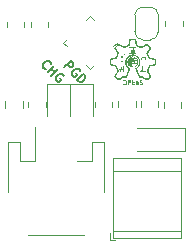
<source format=gbr>
%TF.GenerationSoftware,KiCad,Pcbnew,7.0.2-0*%
%TF.CreationDate,2023-05-31T14:29:30-07:00*%
%TF.ProjectId,SolaraCell,536f6c61-7261-4436-956c-6c2e6b696361,rev?*%
%TF.SameCoordinates,Original*%
%TF.FileFunction,Legend,Top*%
%TF.FilePolarity,Positive*%
%FSLAX46Y46*%
G04 Gerber Fmt 4.6, Leading zero omitted, Abs format (unit mm)*
G04 Created by KiCad (PCBNEW 7.0.2-0) date 2023-05-31 14:29:30*
%MOMM*%
%LPD*%
G01*
G04 APERTURE LIST*
%ADD10C,0.150000*%
%ADD11C,0.120000*%
G04 APERTURE END LIST*
D10*
X127084128Y-65243209D02*
X127614458Y-64712879D01*
X127614458Y-64712879D02*
X127816488Y-64914910D01*
X127816488Y-64914910D02*
X127841742Y-64990671D01*
X127841742Y-64990671D02*
X127841742Y-65041179D01*
X127841742Y-65041179D02*
X127816488Y-65116940D01*
X127816488Y-65116940D02*
X127740727Y-65192702D01*
X127740727Y-65192702D02*
X127664965Y-65217956D01*
X127664965Y-65217956D02*
X127614458Y-65217956D01*
X127614458Y-65217956D02*
X127538696Y-65192702D01*
X127538696Y-65192702D02*
X127336666Y-64990671D01*
X128397326Y-65546255D02*
X128372072Y-65470494D01*
X128372072Y-65470494D02*
X128296311Y-65394732D01*
X128296311Y-65394732D02*
X128195296Y-65344225D01*
X128195296Y-65344225D02*
X128094280Y-65344225D01*
X128094280Y-65344225D02*
X128018519Y-65369478D01*
X128018519Y-65369478D02*
X127892250Y-65445240D01*
X127892250Y-65445240D02*
X127816488Y-65521001D01*
X127816488Y-65521001D02*
X127740727Y-65647270D01*
X127740727Y-65647270D02*
X127715473Y-65723032D01*
X127715473Y-65723032D02*
X127715473Y-65824047D01*
X127715473Y-65824047D02*
X127765981Y-65925062D01*
X127765981Y-65925062D02*
X127816488Y-65975570D01*
X127816488Y-65975570D02*
X127917504Y-66026078D01*
X127917504Y-66026078D02*
X127968011Y-66026078D01*
X127968011Y-66026078D02*
X128144788Y-65849301D01*
X128144788Y-65849301D02*
X128043773Y-65748286D01*
X128144788Y-66303870D02*
X128675118Y-65773539D01*
X128675118Y-65773539D02*
X128801387Y-65899809D01*
X128801387Y-65899809D02*
X128851895Y-66000824D01*
X128851895Y-66000824D02*
X128851895Y-66101839D01*
X128851895Y-66101839D02*
X128826641Y-66177600D01*
X128826641Y-66177600D02*
X128750879Y-66303870D01*
X128750879Y-66303870D02*
X128675118Y-66379631D01*
X128675118Y-66379631D02*
X128548849Y-66455392D01*
X128548849Y-66455392D02*
X128473088Y-66480646D01*
X128473088Y-66480646D02*
X128372072Y-66480646D01*
X128372072Y-66480646D02*
X128271057Y-66430139D01*
X128271057Y-66430139D02*
X128144788Y-66303870D01*
X125507281Y-65368748D02*
X125456774Y-65368748D01*
X125456774Y-65368748D02*
X125355758Y-65318240D01*
X125355758Y-65318240D02*
X125305251Y-65267732D01*
X125305251Y-65267732D02*
X125254743Y-65166717D01*
X125254743Y-65166717D02*
X125254743Y-65065702D01*
X125254743Y-65065702D02*
X125279997Y-64989940D01*
X125279997Y-64989940D02*
X125355758Y-64863671D01*
X125355758Y-64863671D02*
X125431520Y-64787910D01*
X125431520Y-64787910D02*
X125557789Y-64712148D01*
X125557789Y-64712148D02*
X125633550Y-64686895D01*
X125633550Y-64686895D02*
X125734565Y-64686895D01*
X125734565Y-64686895D02*
X125835581Y-64737402D01*
X125835581Y-64737402D02*
X125886088Y-64787910D01*
X125886088Y-64787910D02*
X125936596Y-64888925D01*
X125936596Y-64888925D02*
X125936596Y-64939433D01*
X125684058Y-65646539D02*
X126214388Y-65116209D01*
X125961850Y-65368748D02*
X126264896Y-65671793D01*
X125987104Y-65949585D02*
X126517434Y-65419255D01*
X127022510Y-65974839D02*
X126997256Y-65899077D01*
X126997256Y-65899077D02*
X126921495Y-65823316D01*
X126921495Y-65823316D02*
X126820479Y-65772808D01*
X126820479Y-65772808D02*
X126719464Y-65772808D01*
X126719464Y-65772808D02*
X126643703Y-65798062D01*
X126643703Y-65798062D02*
X126517434Y-65873824D01*
X126517434Y-65873824D02*
X126441672Y-65949585D01*
X126441672Y-65949585D02*
X126365911Y-66075854D01*
X126365911Y-66075854D02*
X126340657Y-66151616D01*
X126340657Y-66151616D02*
X126340657Y-66252631D01*
X126340657Y-66252631D02*
X126391164Y-66353646D01*
X126391164Y-66353646D02*
X126441672Y-66404154D01*
X126441672Y-66404154D02*
X126542687Y-66454661D01*
X126542687Y-66454661D02*
X126593195Y-66454661D01*
X126593195Y-66454661D02*
X126769972Y-66277885D01*
X126769972Y-66277885D02*
X126668956Y-66176869D01*
%TO.C,G\u002A\u002A\u002A*%
G36*
X132974214Y-63501843D02*
G01*
X132993142Y-63504602D01*
X133001125Y-63510036D01*
X133002012Y-63514120D01*
X133004886Y-63520202D01*
X133015413Y-63524107D01*
X133036455Y-63526264D01*
X133070872Y-63527102D01*
X133088969Y-63527163D01*
X133175925Y-63527163D01*
X133175925Y-63548902D01*
X133175925Y-63570642D01*
X133088969Y-63570642D01*
X133049156Y-63570950D01*
X133023642Y-63572240D01*
X133009343Y-63575057D01*
X133003172Y-63579946D01*
X133002012Y-63586014D01*
X132996584Y-63605940D01*
X132983080Y-63629222D01*
X132965669Y-63650399D01*
X132948523Y-63664010D01*
X132940701Y-63666294D01*
X132924159Y-63658931D01*
X132907283Y-63639972D01*
X132906052Y-63638033D01*
X132892932Y-63613802D01*
X132884044Y-63592132D01*
X132883498Y-63590207D01*
X132881153Y-63583152D01*
X132876705Y-63578037D01*
X132867664Y-63574549D01*
X132851539Y-63572377D01*
X132825840Y-63571210D01*
X132788079Y-63570735D01*
X132735763Y-63570642D01*
X132727157Y-63570642D01*
X132575925Y-63570642D01*
X132575925Y-63548902D01*
X132575925Y-63527163D01*
X132728099Y-63527163D01*
X132783773Y-63526973D01*
X132824315Y-63526272D01*
X132851979Y-63524867D01*
X132869022Y-63522565D01*
X132877698Y-63519173D01*
X132880264Y-63514498D01*
X132880273Y-63514120D01*
X132883853Y-63507033D01*
X132896724Y-63502977D01*
X132922086Y-63501266D01*
X132941143Y-63501076D01*
X132974214Y-63501843D01*
G37*
G36*
X132945905Y-63691547D02*
G01*
X132949063Y-63711829D01*
X132949838Y-63731511D01*
X132949838Y-63779337D01*
X132997664Y-63779337D01*
X133045491Y-63779337D01*
X133045491Y-63909772D01*
X133045491Y-64040207D01*
X132875693Y-64040207D01*
X132705895Y-64040207D01*
X132707772Y-63940207D01*
X132906360Y-63940207D01*
X132910708Y-63944555D01*
X132914077Y-63941186D01*
X132970219Y-63941186D01*
X132971578Y-63944555D01*
X132979391Y-63952850D01*
X132980786Y-63953250D01*
X132984521Y-63946522D01*
X132984621Y-63944555D01*
X132977936Y-63936193D01*
X132975412Y-63935859D01*
X132970219Y-63941186D01*
X132914077Y-63941186D01*
X132915056Y-63940207D01*
X132910708Y-63935859D01*
X132906360Y-63940207D01*
X132707772Y-63940207D01*
X132708302Y-63911946D01*
X132708597Y-63896230D01*
X132936756Y-63896230D01*
X132937681Y-63917057D01*
X132941559Y-63924842D01*
X132943948Y-63924779D01*
X132953000Y-63914872D01*
X132953317Y-63911221D01*
X132952685Y-63897773D01*
X132952239Y-63883685D01*
X132967230Y-63883685D01*
X132970196Y-63892155D01*
X132971064Y-63892381D01*
X132978488Y-63886287D01*
X132980273Y-63883685D01*
X132979584Y-63875672D01*
X132976439Y-63874989D01*
X132967584Y-63881302D01*
X132967230Y-63883685D01*
X132952239Y-63883685D01*
X132951887Y-63872558D01*
X132951143Y-63843105D01*
X132950062Y-63814573D01*
X132948472Y-63795065D01*
X132946714Y-63788720D01*
X132946678Y-63788757D01*
X132944604Y-63798544D01*
X132941945Y-63821234D01*
X132939205Y-63852372D01*
X132938614Y-63860286D01*
X132936756Y-63896230D01*
X132708597Y-63896230D01*
X132708895Y-63880317D01*
X132909349Y-63880317D01*
X132910708Y-63883685D01*
X132918522Y-63891980D01*
X132919917Y-63892381D01*
X132923652Y-63885653D01*
X132923751Y-63883685D01*
X132917067Y-63875323D01*
X132914543Y-63874989D01*
X132909349Y-63880317D01*
X132708895Y-63880317D01*
X132710708Y-63783685D01*
X132821578Y-63781251D01*
X132932447Y-63778818D01*
X132932447Y-63731251D01*
X132933884Y-63705141D01*
X132937589Y-63687864D01*
X132941143Y-63683685D01*
X132945905Y-63691547D01*
G37*
G36*
X133175925Y-64079337D02*
G01*
X133175925Y-64101076D01*
X132875925Y-64101076D01*
X132575925Y-64101076D01*
X132575925Y-64079337D01*
X132575925Y-64057598D01*
X132875925Y-64057598D01*
X133175925Y-64057598D01*
X133175925Y-64079337D01*
G37*
G36*
X131868609Y-64264232D02*
G01*
X131871578Y-64279610D01*
X131867928Y-64297384D01*
X131858267Y-64300325D01*
X131851288Y-64295279D01*
X131845660Y-64279861D01*
X131853640Y-64265812D01*
X131858534Y-64263149D01*
X131868609Y-64264232D01*
G37*
G36*
X133939398Y-64114965D02*
G01*
X133944897Y-64124404D01*
X133943577Y-64141679D01*
X133931459Y-64158160D01*
X133914287Y-64167676D01*
X133904633Y-64167670D01*
X133889350Y-64171437D01*
X133868032Y-64189801D01*
X133854291Y-64205299D01*
X133831770Y-64234578D01*
X133821302Y-64255458D01*
X133821866Y-64271009D01*
X133829081Y-64281188D01*
X133834515Y-64294799D01*
X133832915Y-64300319D01*
X133820057Y-64308792D01*
X133804560Y-64307723D01*
X133798711Y-64302770D01*
X133796500Y-64284724D01*
X133803717Y-64258295D01*
X133818389Y-64228230D01*
X133838542Y-64199277D01*
X133844637Y-64192300D01*
X133863797Y-64168904D01*
X133876733Y-64148116D01*
X133880273Y-64137118D01*
X133880695Y-64135859D01*
X133897664Y-64135859D01*
X133902066Y-64150131D01*
X133912882Y-64151595D01*
X133925818Y-64143020D01*
X133928099Y-64135859D01*
X133920870Y-64123581D01*
X133912882Y-64120123D01*
X133900556Y-64123148D01*
X133897664Y-64135859D01*
X133880695Y-64135859D01*
X133886972Y-64117136D01*
X133903065Y-64105995D01*
X133922542Y-64104877D01*
X133939398Y-64114965D01*
G37*
G36*
X133693444Y-64166281D02*
G01*
X133708575Y-64178124D01*
X133714575Y-64196379D01*
X133708629Y-64215735D01*
X133702012Y-64222815D01*
X133692487Y-64238948D01*
X133688969Y-64259462D01*
X133689728Y-64274414D01*
X133694916Y-64281733D01*
X133708901Y-64283605D01*
X133734621Y-64282310D01*
X133762235Y-64281580D01*
X133776264Y-64284544D01*
X133780271Y-64291978D01*
X133780273Y-64292262D01*
X133776772Y-64301860D01*
X133764132Y-64305931D01*
X133739148Y-64305109D01*
X133723786Y-64303404D01*
X133693687Y-64296371D01*
X133677397Y-64282589D01*
X133671721Y-64258957D01*
X133671578Y-64252699D01*
X133669191Y-64231418D01*
X133663396Y-64218836D01*
X133662882Y-64218468D01*
X133654344Y-64204604D01*
X133655015Y-64194424D01*
X133666063Y-64194424D01*
X133668915Y-64199863D01*
X133682740Y-64205515D01*
X133694823Y-64200318D01*
X133697664Y-64192381D01*
X133690967Y-64180846D01*
X133685134Y-64179337D01*
X133670901Y-64184151D01*
X133666063Y-64194424D01*
X133655015Y-64194424D01*
X133655589Y-64185704D01*
X133665179Y-64170022D01*
X133671995Y-64166161D01*
X133693444Y-64166281D01*
G37*
G36*
X134014484Y-64323976D02*
G01*
X134027873Y-64335452D01*
X134031958Y-64352531D01*
X134022734Y-64371766D01*
X134022613Y-64371899D01*
X134003195Y-64386294D01*
X133985475Y-64383659D01*
X133975297Y-64374232D01*
X133963471Y-64366159D01*
X133942881Y-64362813D01*
X133911189Y-64363362D01*
X133881175Y-64364198D01*
X133864900Y-64362022D01*
X133859618Y-64356889D01*
X133987035Y-64356889D01*
X133988969Y-64361946D01*
X133999980Y-64370503D01*
X134008743Y-64364078D01*
X134010708Y-64353250D01*
X134007279Y-64339117D01*
X134002525Y-64335859D01*
X133990405Y-64342736D01*
X133987035Y-64356889D01*
X133859618Y-64356889D01*
X133858871Y-64356163D01*
X133858534Y-64353250D01*
X133861967Y-64345902D01*
X133874624Y-64342643D01*
X133900045Y-64342775D01*
X133909041Y-64343269D01*
X133942334Y-64343663D01*
X133963713Y-64339295D01*
X133975809Y-64331616D01*
X133995794Y-64321548D01*
X134014484Y-64323976D01*
G37*
G36*
X133588542Y-64326794D02*
G01*
X133593945Y-64332268D01*
X133605771Y-64340341D01*
X133626361Y-64343688D01*
X133658053Y-64343138D01*
X133688067Y-64342302D01*
X133704342Y-64344478D01*
X133710371Y-64350337D01*
X133710708Y-64353250D01*
X133707337Y-64360497D01*
X133694895Y-64363836D01*
X133669888Y-64363938D01*
X133658053Y-64363362D01*
X133625146Y-64362874D01*
X133605058Y-64366425D01*
X133593945Y-64374232D01*
X133575554Y-64386944D01*
X133557665Y-64384955D01*
X133545542Y-64369125D01*
X133544685Y-64366181D01*
X133544609Y-64356442D01*
X133552256Y-64356442D01*
X133554015Y-64361670D01*
X133566722Y-64368898D01*
X133582430Y-64365544D01*
X133591145Y-64355429D01*
X133588076Y-64344169D01*
X133575441Y-64337987D01*
X133560925Y-64339758D01*
X133556968Y-64342642D01*
X133552256Y-64356442D01*
X133544609Y-64356442D01*
X133544498Y-64342279D01*
X133554534Y-64325828D01*
X133570610Y-64319706D01*
X133588542Y-64326794D01*
G37*
G36*
X133965162Y-64374598D02*
G01*
X133974186Y-64381076D01*
X133984028Y-64400051D01*
X133976577Y-64420209D01*
X133970956Y-64426542D01*
X133954133Y-64438753D01*
X133939278Y-64435689D01*
X133929238Y-64427060D01*
X133910401Y-64417926D01*
X133887650Y-64416190D01*
X133866630Y-64415327D01*
X133857190Y-64406723D01*
X133856921Y-64405795D01*
X133932373Y-64405795D01*
X133938425Y-64417199D01*
X133951015Y-64420722D01*
X133961256Y-64412164D01*
X133962882Y-64404819D01*
X133955654Y-64393056D01*
X133947664Y-64389688D01*
X133935457Y-64393420D01*
X133932373Y-64405795D01*
X133856921Y-64405795D01*
X133855813Y-64401969D01*
X133855746Y-64391356D01*
X133864544Y-64388295D01*
X133883198Y-64390465D01*
X133910567Y-64390910D01*
X133924278Y-64383051D01*
X133943412Y-64371720D01*
X133965162Y-64374598D01*
G37*
G36*
X133641242Y-64379451D02*
G01*
X133642928Y-64380793D01*
X133661555Y-64389211D01*
X133683815Y-64392381D01*
X133704875Y-64396035D01*
X133710708Y-64405424D01*
X133704109Y-64415114D01*
X133685565Y-64416662D01*
X133660351Y-64419676D01*
X133642326Y-64427532D01*
X133625771Y-64437841D01*
X133614690Y-64438598D01*
X133603490Y-64432608D01*
X133595787Y-64419061D01*
X133595183Y-64407600D01*
X133604113Y-64407600D01*
X133606644Y-64414579D01*
X133617790Y-64420992D01*
X133629729Y-64414492D01*
X133635259Y-64402530D01*
X133631632Y-64390147D01*
X133624902Y-64388033D01*
X133609099Y-64394003D01*
X133604113Y-64407600D01*
X133595183Y-64407600D01*
X133594794Y-64400207D01*
X133603470Y-64378860D01*
X133620352Y-64371377D01*
X133641242Y-64379451D01*
G37*
G36*
X133845491Y-64405424D02*
G01*
X133845491Y-64483685D01*
X133784621Y-64483685D01*
X133723751Y-64483685D01*
X133723751Y-64405424D01*
X133723751Y-64327163D01*
X133784621Y-64327163D01*
X133845491Y-64327163D01*
X133845491Y-64405424D01*
G37*
G36*
X133910114Y-64439236D02*
G01*
X133941825Y-64447832D01*
X133959523Y-64460784D01*
X133966538Y-64481157D01*
X133967097Y-64491696D01*
X133973003Y-64515097D01*
X133981328Y-64528329D01*
X133990861Y-64548430D01*
X133983577Y-64567249D01*
X133968325Y-64578751D01*
X133950833Y-64582969D01*
X133937399Y-64574351D01*
X133926203Y-64556055D01*
X133941732Y-64556055D01*
X133946703Y-64564608D01*
X133957343Y-64566630D01*
X133965785Y-64556681D01*
X133967230Y-64548389D01*
X133960258Y-64537309D01*
X133954186Y-64535859D01*
X133943248Y-64542343D01*
X133941732Y-64556055D01*
X133926203Y-64556055D01*
X133924831Y-64553813D01*
X133929566Y-64534755D01*
X133937239Y-64526795D01*
X133947054Y-64508588D01*
X133948109Y-64488773D01*
X133943270Y-64469101D01*
X133930498Y-64460745D01*
X133921052Y-64459144D01*
X133899082Y-64460204D01*
X133885249Y-64465773D01*
X133872605Y-64469742D01*
X133862665Y-64461685D01*
X133855689Y-64446634D01*
X133863993Y-64437940D01*
X133886473Y-64436123D01*
X133910114Y-64439236D01*
G37*
G36*
X133709261Y-64439837D02*
G01*
X133713121Y-64450483D01*
X133706577Y-64461685D01*
X133694011Y-64470217D01*
X133683993Y-64465773D01*
X133667389Y-64459691D01*
X133648190Y-64459144D01*
X133629704Y-64464870D01*
X133621945Y-64480051D01*
X133620862Y-64487287D01*
X133623353Y-64510904D01*
X133631732Y-64520328D01*
X133643145Y-64535194D01*
X133644310Y-64555751D01*
X133635563Y-64573895D01*
X133629300Y-64578694D01*
X133609772Y-64581999D01*
X133596829Y-64575454D01*
X133586613Y-64565376D01*
X133585535Y-64552573D01*
X133585828Y-64551618D01*
X133598593Y-64551618D01*
X133606975Y-64562394D01*
X133617900Y-64566591D01*
X133620389Y-64565685D01*
X133627468Y-64553730D01*
X133628099Y-64548389D01*
X133621615Y-64537854D01*
X133607908Y-64536526D01*
X133599189Y-64541581D01*
X133598593Y-64551618D01*
X133585828Y-64551618D01*
X133591280Y-64533869D01*
X133598647Y-64509045D01*
X133602111Y-64488638D01*
X133602145Y-64487415D01*
X133606656Y-64465270D01*
X133621766Y-64450640D01*
X133650485Y-64440983D01*
X133659128Y-64439236D01*
X133690895Y-64435914D01*
X133709261Y-64439837D01*
G37*
G36*
X133822267Y-64498498D02*
G01*
X133836882Y-64503814D01*
X133859808Y-64508907D01*
X133862586Y-64509372D01*
X133883525Y-64514696D01*
X133892890Y-64525503D01*
X133896197Y-64544655D01*
X133902909Y-64570119D01*
X133915181Y-64589986D01*
X133915763Y-64590545D01*
X133929879Y-64606993D01*
X133929335Y-64620316D01*
X133916545Y-64634511D01*
X133897315Y-64647315D01*
X133881577Y-64645208D01*
X133873317Y-64638468D01*
X133863988Y-64620733D01*
X133864457Y-64614120D01*
X133880273Y-64614120D01*
X133885710Y-64628283D01*
X133893317Y-64631511D01*
X133903939Y-64624262D01*
X133906360Y-64614120D01*
X133900923Y-64599956D01*
X133893317Y-64596728D01*
X133882694Y-64603978D01*
X133880273Y-64614120D01*
X133864457Y-64614120D01*
X133865298Y-64602279D01*
X133875925Y-64591177D01*
X133885791Y-64578596D01*
X133888969Y-64555456D01*
X133888969Y-64524741D01*
X133845733Y-64529861D01*
X133818402Y-64531342D01*
X133800707Y-64528809D01*
X133797158Y-64526344D01*
X133797140Y-64513546D01*
X133806429Y-64501549D01*
X133818822Y-64497235D01*
X133822267Y-64498498D01*
G37*
G36*
X133775303Y-64504675D02*
G01*
X133782736Y-64520133D01*
X133774283Y-64529082D01*
X133750258Y-64531337D01*
X133732205Y-64529861D01*
X133688969Y-64524741D01*
X133688969Y-64555456D01*
X133692704Y-64580122D01*
X133702012Y-64591177D01*
X133712982Y-64603185D01*
X133713717Y-64621800D01*
X133704621Y-64638468D01*
X133687828Y-64647642D01*
X133665569Y-64643349D01*
X133665056Y-64643143D01*
X133657822Y-64633237D01*
X133654603Y-64616270D01*
X133664889Y-64616270D01*
X133667230Y-64622815D01*
X133679837Y-64631434D01*
X133692644Y-64627065D01*
X133697664Y-64614120D01*
X133692448Y-64600021D01*
X133685134Y-64596728D01*
X133669844Y-64602770D01*
X133664889Y-64616270D01*
X133654603Y-64616270D01*
X133654522Y-64615845D01*
X133655450Y-64598437D01*
X133660900Y-64588483D01*
X133662882Y-64588033D01*
X133668765Y-64580421D01*
X133671544Y-64561845D01*
X133671578Y-64559337D01*
X133676353Y-64530426D01*
X133691900Y-64514536D01*
X133719404Y-64509772D01*
X133741391Y-64507036D01*
X133755424Y-64500708D01*
X133766950Y-64497594D01*
X133775303Y-64504675D01*
G37*
G36*
X132131700Y-64123250D02*
G01*
X132129015Y-64145600D01*
X132122012Y-64160207D01*
X132116636Y-64168698D01*
X132125012Y-64170642D01*
X132142767Y-64163445D01*
X132158915Y-64146519D01*
X132167085Y-64126858D01*
X132167230Y-64124305D01*
X132171501Y-64111807D01*
X132175925Y-64109772D01*
X132183758Y-64116763D01*
X132184621Y-64122104D01*
X132178191Y-64150164D01*
X132158355Y-64170179D01*
X132124297Y-64182580D01*
X132075197Y-64187799D01*
X132059587Y-64188033D01*
X132016329Y-64190231D01*
X131987903Y-64197487D01*
X131972231Y-64210792D01*
X131967237Y-64231139D01*
X131967230Y-64232132D01*
X131970891Y-64243749D01*
X131984852Y-64248410D01*
X131997664Y-64248902D01*
X132017781Y-64251086D01*
X132027836Y-64256457D01*
X132028099Y-64257598D01*
X132035142Y-64265313D01*
X132041143Y-64266294D01*
X132051765Y-64273543D01*
X132054186Y-64283685D01*
X132048749Y-64297848D01*
X132041143Y-64301076D01*
X132030644Y-64308621D01*
X132028099Y-64322556D01*
X132028099Y-64344035D01*
X132138969Y-64346469D01*
X132185698Y-64347816D01*
X132217592Y-64349679D01*
X132237210Y-64352417D01*
X132247106Y-64356386D01*
X132249838Y-64361943D01*
X132249838Y-64361946D01*
X132247103Y-64367513D01*
X132237192Y-64371487D01*
X132217542Y-64374226D01*
X132185595Y-64376088D01*
X132139414Y-64377420D01*
X132028990Y-64379850D01*
X132026371Y-64425246D01*
X132024089Y-64451912D01*
X132019526Y-64465842D01*
X132010117Y-64471686D01*
X131999838Y-64473393D01*
X131981829Y-64479040D01*
X131976037Y-64493191D01*
X131975925Y-64497000D01*
X131968060Y-64518409D01*
X131946084Y-64532618D01*
X131922149Y-64537425D01*
X131920294Y-64538720D01*
X131933141Y-64540778D01*
X131958038Y-64543217D01*
X131967230Y-64543947D01*
X132000777Y-64546991D01*
X132020704Y-64550680D01*
X132030765Y-64556338D01*
X132034719Y-64565287D01*
X132035146Y-64567856D01*
X132034642Y-64579606D01*
X132026153Y-64586499D01*
X132005629Y-64591081D01*
X131996015Y-64592453D01*
X131962583Y-64597487D01*
X131946251Y-64601247D01*
X131947102Y-64603706D01*
X131960987Y-64604738D01*
X131992682Y-64610093D01*
X132023413Y-64622437D01*
X132046640Y-64638738D01*
X132053486Y-64647595D01*
X132061527Y-64676622D01*
X132061120Y-64711493D01*
X132052426Y-64742938D01*
X132051807Y-64744195D01*
X132032344Y-64764037D01*
X132002781Y-64776636D01*
X131965709Y-64783593D01*
X131939200Y-64780533D01*
X131924993Y-64767846D01*
X131923065Y-64758829D01*
X131920971Y-64748558D01*
X131917931Y-64751259D01*
X131907513Y-64762394D01*
X131888469Y-64775108D01*
X131868456Y-64784863D01*
X131856792Y-64787482D01*
X131843974Y-64784082D01*
X131830273Y-64779066D01*
X131813542Y-64769114D01*
X131813483Y-64760359D01*
X131829375Y-64753939D01*
X131847664Y-64751576D01*
X131871518Y-64748350D01*
X131882368Y-64741698D01*
X131884621Y-64731511D01*
X131878864Y-64717285D01*
X131860708Y-64711368D01*
X131842505Y-64704852D01*
X131837410Y-64694333D01*
X131846178Y-64684894D01*
X131856360Y-64682116D01*
X131872719Y-64673477D01*
X131875925Y-64661946D01*
X131872773Y-64650028D01*
X131860122Y-64646288D01*
X131847664Y-64646762D01*
X131827507Y-64644317D01*
X131818559Y-64635769D01*
X131822966Y-64625163D01*
X131833158Y-64619398D01*
X131860339Y-64614910D01*
X131885168Y-64620531D01*
X131904405Y-64633485D01*
X131914808Y-64650997D01*
X131913137Y-64670293D01*
X131905354Y-64681213D01*
X131900983Y-64693300D01*
X131909702Y-64710974D01*
X131918912Y-64723234D01*
X131922839Y-64722715D01*
X131923736Y-64707440D01*
X131923751Y-64698663D01*
X131926243Y-64675397D01*
X131934348Y-64666542D01*
X131936795Y-64666294D01*
X131944997Y-64670948D01*
X131949004Y-64687063D01*
X131949838Y-64709772D01*
X131950344Y-64735503D01*
X131953836Y-64748333D01*
X131963280Y-64752752D01*
X131978534Y-64753250D01*
X132005866Y-64749227D01*
X132021469Y-64735344D01*
X132027698Y-64708884D01*
X132028099Y-64696054D01*
X132025847Y-64669389D01*
X132016736Y-64652744D01*
X131997235Y-64642800D01*
X131964531Y-64636344D01*
X131939364Y-64631693D01*
X131927517Y-64625633D01*
X131924958Y-64615594D01*
X131925401Y-64611412D01*
X131930529Y-64599025D01*
X131944420Y-64591521D01*
X131968966Y-64586720D01*
X132004075Y-64579787D01*
X132022375Y-64572084D01*
X132024359Y-64564610D01*
X132010517Y-64558363D01*
X131981343Y-64554340D01*
X131952525Y-64553383D01*
X131917913Y-64551475D01*
X131897771Y-64546339D01*
X131892978Y-64538546D01*
X131904414Y-64528672D01*
X131910218Y-64525804D01*
X131928761Y-64510052D01*
X131932447Y-64495333D01*
X131929328Y-64480719D01*
X131916570Y-64475405D01*
X131906360Y-64474989D01*
X131891447Y-64474186D01*
X131883684Y-64468923D01*
X131880738Y-64454920D01*
X131880273Y-64427895D01*
X131880273Y-64427163D01*
X131880273Y-64379337D01*
X131767230Y-64379337D01*
X131721080Y-64379190D01*
X131689550Y-64378463D01*
X131669867Y-64376730D01*
X131659261Y-64373566D01*
X131654959Y-64368543D01*
X131654186Y-64361946D01*
X131655145Y-64354846D01*
X131659869Y-64349995D01*
X131671130Y-64346967D01*
X131691699Y-64345335D01*
X131724348Y-64344673D01*
X131767230Y-64344555D01*
X131880273Y-64344555D01*
X131880273Y-64296728D01*
X131880273Y-64248902D01*
X131915056Y-64248902D01*
X131937480Y-64247700D01*
X131947446Y-64242094D01*
X131949829Y-64229083D01*
X131949838Y-64227502D01*
X131957455Y-64200217D01*
X131979597Y-64181349D01*
X132015205Y-64171598D01*
X132036261Y-64170365D01*
X132075855Y-64166806D01*
X132102246Y-64155504D01*
X132118556Y-64134709D01*
X132123535Y-64121469D01*
X132130952Y-64096728D01*
X132131700Y-64123250D01*
G37*
G36*
X133791756Y-65464858D02*
G01*
X133793317Y-65474476D01*
X133789324Y-65491123D01*
X133784621Y-65496728D01*
X133778173Y-65493650D01*
X133775925Y-65479850D01*
X133778839Y-65463265D01*
X133784621Y-65457598D01*
X133791756Y-65464858D01*
G37*
G36*
X133824699Y-65458385D02*
G01*
X133835573Y-65473195D01*
X133831377Y-65488935D01*
X133811433Y-65507842D01*
X133809270Y-65509460D01*
X133792145Y-65521460D01*
X133785889Y-65523096D01*
X133787787Y-65514862D01*
X133788420Y-65513270D01*
X133796447Y-65492521D01*
X133803849Y-65472537D01*
X133811715Y-65456558D01*
X133820239Y-65455278D01*
X133824699Y-65458385D01*
G37*
G36*
X133615697Y-65473578D02*
G01*
X133625895Y-65493895D01*
X133632616Y-65500351D01*
X133634169Y-65492338D01*
X133631670Y-65479337D01*
X133630556Y-65462260D01*
X133635852Y-65457598D01*
X133642833Y-65464890D01*
X133644563Y-65482596D01*
X133640750Y-65504459D01*
X133638358Y-65511198D01*
X133632908Y-65519528D01*
X133624035Y-65517826D01*
X133607627Y-65505800D01*
X133591727Y-65491191D01*
X133588094Y-65479524D01*
X133593471Y-65466006D01*
X133604135Y-65446079D01*
X133615697Y-65473578D01*
G37*
G36*
X132090282Y-65310008D02*
G01*
X132117518Y-65327628D01*
X132129918Y-65338127D01*
X132146162Y-65362992D01*
X132155015Y-65397655D01*
X132155436Y-65435723D01*
X132149992Y-65461480D01*
X132138001Y-65484195D01*
X132119539Y-65504764D01*
X132097932Y-65521337D01*
X132076504Y-65532068D01*
X132058581Y-65535109D01*
X132047486Y-65528612D01*
X132045491Y-65519555D01*
X132052758Y-65505229D01*
X132071573Y-65498034D01*
X132096433Y-65485162D01*
X132117270Y-65460515D01*
X132130146Y-65429707D01*
X132132415Y-65411277D01*
X132125736Y-65387696D01*
X132108992Y-65363611D01*
X132087206Y-65344522D01*
X132065400Y-65335929D01*
X132063551Y-65335859D01*
X132048571Y-65330049D01*
X132045491Y-65318468D01*
X132051418Y-65304764D01*
X132067298Y-65302166D01*
X132090282Y-65310008D01*
G37*
G36*
X132081715Y-65234080D02*
G01*
X132127796Y-65248693D01*
X132169719Y-65278329D01*
X132204475Y-65320658D01*
X132213331Y-65336007D01*
X132228059Y-65367197D01*
X132234580Y-65392354D01*
X132234748Y-65419633D01*
X132234073Y-65427163D01*
X132221014Y-65480562D01*
X132194696Y-65528421D01*
X132157817Y-65567163D01*
X132113076Y-65593212D01*
X132107236Y-65595339D01*
X132073438Y-65604124D01*
X132052607Y-65603185D01*
X132045491Y-65592556D01*
X132045491Y-65592546D01*
X132052986Y-65581610D01*
X132069404Y-65574583D01*
X132116712Y-65556470D01*
X132159350Y-65524908D01*
X132169132Y-65514689D01*
X132190128Y-65478988D01*
X132200089Y-65435233D01*
X132198855Y-65388942D01*
X132186267Y-65345634D01*
X132174610Y-65325316D01*
X132154370Y-65304216D01*
X132126248Y-65283530D01*
X132096257Y-65266949D01*
X132070409Y-65258162D01*
X132064292Y-65257598D01*
X132048700Y-65252104D01*
X132045491Y-65243410D01*
X132048581Y-65234691D01*
X132060669Y-65232140D01*
X132081715Y-65234080D01*
G37*
G36*
X131913836Y-65194773D02*
G01*
X131920912Y-65213457D01*
X131930296Y-65247934D01*
X131942157Y-65298790D01*
X131947140Y-65321558D01*
X131955531Y-65354497D01*
X131964421Y-65379883D01*
X131972244Y-65393422D01*
X131973731Y-65394410D01*
X131988610Y-65393538D01*
X132010181Y-65385577D01*
X132014713Y-65383261D01*
X132034853Y-65373585D01*
X132048354Y-65372698D01*
X132063495Y-65380455D01*
X132066411Y-65382349D01*
X132084808Y-65401901D01*
X132088459Y-65423310D01*
X132078922Y-65442384D01*
X132057758Y-65454930D01*
X132038431Y-65457598D01*
X132018692Y-65451259D01*
X132010708Y-65444555D01*
X131994919Y-65435443D01*
X131971799Y-65431515D01*
X131971129Y-65431511D01*
X131954562Y-65430526D01*
X131944802Y-65424790D01*
X131941414Y-65416950D01*
X132012047Y-65416950D01*
X132017726Y-65432834D01*
X132025925Y-65439510D01*
X132042536Y-65447540D01*
X132053284Y-65445422D01*
X132061143Y-65438468D01*
X132070937Y-65419793D01*
X132067127Y-65401965D01*
X132053769Y-65392248D01*
X132032941Y-65391782D01*
X132018076Y-65401641D01*
X132012047Y-65416950D01*
X131941414Y-65416950D01*
X131938467Y-65410131D01*
X131932479Y-65383837D01*
X131925679Y-65356751D01*
X131918607Y-65337286D01*
X131914471Y-65331149D01*
X131906753Y-65328587D01*
X131906360Y-65329321D01*
X131904737Y-65338548D01*
X131900294Y-65361560D01*
X131893671Y-65395097D01*
X131885506Y-65435902D01*
X131883663Y-65445051D01*
X131874364Y-65491607D01*
X131865635Y-65536110D01*
X131858431Y-65573635D01*
X131853709Y-65599254D01*
X131853579Y-65600001D01*
X131847394Y-65630655D01*
X131842098Y-65644700D01*
X131837090Y-65642852D01*
X131831812Y-65626015D01*
X131826696Y-65604915D01*
X131818941Y-65573795D01*
X131810432Y-65540207D01*
X131801832Y-65506100D01*
X131794319Y-65475541D01*
X131789586Y-65455424D01*
X131782437Y-65438088D01*
X131767555Y-65431931D01*
X131757731Y-65431511D01*
X131739031Y-65429228D01*
X131733613Y-65420791D01*
X131734102Y-65416294D01*
X131741321Y-65405636D01*
X131760055Y-65401366D01*
X131770546Y-65401076D01*
X131804058Y-65401076D01*
X131821008Y-65456292D01*
X131829973Y-65483601D01*
X131837226Y-65502260D01*
X131841207Y-65508258D01*
X131841220Y-65508245D01*
X131844329Y-65498613D01*
X131849108Y-65476885D01*
X131853576Y-65453030D01*
X131861839Y-65407551D01*
X131871070Y-65359544D01*
X131880602Y-65312168D01*
X131889767Y-65268579D01*
X131897899Y-65231936D01*
X131904330Y-65205396D01*
X131908392Y-65192117D01*
X131908893Y-65191297D01*
X131913836Y-65194773D01*
G37*
G36*
X133749838Y-65327902D02*
G01*
X133749756Y-65398690D01*
X133749425Y-65454088D01*
X133748725Y-65496097D01*
X133747531Y-65526718D01*
X133745722Y-65547951D01*
X133743174Y-65561798D01*
X133739764Y-65570259D01*
X133735371Y-65575336D01*
X133734621Y-65575928D01*
X133729154Y-65581730D01*
X133733187Y-65585254D01*
X133749202Y-65587062D01*
X133779679Y-65587718D01*
X133786795Y-65587756D01*
X133854186Y-65588033D01*
X133854186Y-65557598D01*
X133854186Y-65527163D01*
X133915056Y-65527163D01*
X133975925Y-65527163D01*
X133975925Y-65601076D01*
X133975925Y-65674989D01*
X133716505Y-65674989D01*
X133651002Y-65674802D01*
X133591187Y-65674272D01*
X133539257Y-65673448D01*
X133497406Y-65672377D01*
X133467830Y-65671107D01*
X133452724Y-65669687D01*
X133451288Y-65669192D01*
X133448547Y-65658303D01*
X133446505Y-65634669D01*
X133445527Y-65602933D01*
X133445491Y-65595279D01*
X133445491Y-65527163D01*
X133506360Y-65527163D01*
X133567230Y-65527163D01*
X133567230Y-65557598D01*
X133567230Y-65588033D01*
X133634621Y-65587756D01*
X133667910Y-65587330D01*
X133686356Y-65585955D01*
X133692503Y-65582970D01*
X133688896Y-65577718D01*
X133685098Y-65574687D01*
X133683638Y-65573337D01*
X133706360Y-65573337D01*
X133711654Y-65574779D01*
X133723751Y-65566294D01*
X133736742Y-65551608D01*
X133741143Y-65541859D01*
X133735849Y-65540417D01*
X133723751Y-65548902D01*
X133710761Y-65563589D01*
X133706360Y-65573337D01*
X133683638Y-65573337D01*
X133680024Y-65569994D01*
X133676071Y-65563146D01*
X133673095Y-65552095D01*
X133670950Y-65534795D01*
X133669492Y-65509198D01*
X133668754Y-65480274D01*
X133680273Y-65480274D01*
X133681092Y-65500367D01*
X133685097Y-65506120D01*
X133694612Y-65500564D01*
X133695372Y-65499967D01*
X133713239Y-65483689D01*
X133725517Y-65470642D01*
X133736350Y-65448440D01*
X133740618Y-65418596D01*
X133740618Y-65418468D01*
X133740672Y-65383685D01*
X133710473Y-65416166D01*
X133690004Y-65442327D01*
X133681257Y-65466418D01*
X133680273Y-65480274D01*
X133668754Y-65480274D01*
X133668575Y-65473256D01*
X133668054Y-65424921D01*
X133667784Y-65362147D01*
X133667720Y-65334812D01*
X133680273Y-65334812D01*
X133681475Y-65353194D01*
X133687164Y-65357682D01*
X133697219Y-65353489D01*
X133715461Y-65339219D01*
X133727653Y-65325161D01*
X133735829Y-65306901D01*
X133740304Y-65284372D01*
X133740665Y-65263598D01*
X133736497Y-65250607D01*
X133732890Y-65248902D01*
X133719831Y-65256254D01*
X133704755Y-65274646D01*
X133691028Y-65298579D01*
X133682016Y-65322557D01*
X133680273Y-65334812D01*
X133667720Y-65334812D01*
X133667707Y-65329312D01*
X133667257Y-65109772D01*
X133680273Y-65109772D01*
X133680508Y-65168468D01*
X133680744Y-65227163D01*
X133710943Y-65194682D01*
X133733789Y-65163695D01*
X133741143Y-65135987D01*
X133739459Y-65118376D01*
X133730890Y-65111153D01*
X133710708Y-65109772D01*
X133680273Y-65109772D01*
X133667257Y-65109772D01*
X133667230Y-65096728D01*
X133708534Y-65094078D01*
X133749838Y-65091428D01*
X133749838Y-65327902D01*
G37*
G36*
X132102838Y-65159900D02*
G01*
X132134985Y-65170711D01*
X132191950Y-65200457D01*
X132237907Y-65241354D01*
X132272328Y-65290813D01*
X132294682Y-65346241D01*
X132304442Y-65405049D01*
X132301077Y-65464645D01*
X132284060Y-65522440D01*
X132252861Y-65575843D01*
X132224172Y-65607491D01*
X132190732Y-65632228D01*
X132147774Y-65655138D01*
X132103062Y-65672439D01*
X132078099Y-65678649D01*
X132056721Y-65681309D01*
X132047424Y-65677891D01*
X132045491Y-65667833D01*
X132049968Y-65655820D01*
X132065996Y-65648922D01*
X132079041Y-65646692D01*
X132135840Y-65630577D01*
X132187008Y-65599313D01*
X132229794Y-65554902D01*
X132250946Y-65521567D01*
X132266192Y-65479518D01*
X132273665Y-65429680D01*
X132272904Y-65379435D01*
X132263449Y-65336160D01*
X132262639Y-65334058D01*
X132238860Y-65291371D01*
X132204672Y-65252371D01*
X132164036Y-65220125D01*
X132120907Y-65197701D01*
X132079245Y-65188166D01*
X132074218Y-65188033D01*
X132053967Y-65185825D01*
X132046164Y-65177349D01*
X132045491Y-65170642D01*
X132051672Y-65157166D01*
X132070597Y-65153585D01*
X132102838Y-65159900D01*
G37*
G36*
X132871578Y-64321375D02*
G01*
X132865949Y-64328370D01*
X132850769Y-64345066D01*
X132828600Y-64368686D01*
X132810878Y-64387244D01*
X132762163Y-64442446D01*
X132717329Y-64501846D01*
X132678295Y-64562248D01*
X132646978Y-64620459D01*
X132625300Y-64673284D01*
X132615838Y-64711889D01*
X132610725Y-64748902D01*
X132621891Y-64714995D01*
X132836795Y-64714995D01*
X132844701Y-64716924D01*
X132865639Y-64716617D01*
X132895441Y-64714406D01*
X132929939Y-64710622D01*
X132964964Y-64705596D01*
X132973701Y-64704116D01*
X132991333Y-64699993D01*
X132998498Y-64692340D01*
X132998267Y-64675638D01*
X132996488Y-64663161D01*
X132990216Y-64632497D01*
X132980741Y-64597245D01*
X132976448Y-64583685D01*
X132967108Y-64558279D01*
X132957966Y-64545032D01*
X132949776Y-64541758D01*
X132994599Y-64541758D01*
X132999345Y-64555437D01*
X133019493Y-64601215D01*
X133032694Y-64635816D01*
X133040474Y-64663253D01*
X133040556Y-64663622D01*
X133046638Y-64691316D01*
X133117459Y-64661447D01*
X133151024Y-64646478D01*
X133179305Y-64632381D01*
X133197712Y-64621499D01*
X133201101Y-64618758D01*
X133207839Y-64607295D01*
X133205958Y-64592536D01*
X133194274Y-64571956D01*
X133171609Y-64543033D01*
X133158543Y-64527805D01*
X133124985Y-64489316D01*
X133062054Y-64508235D01*
X133031282Y-64517864D01*
X133007563Y-64525993D01*
X132995355Y-64531081D01*
X132994757Y-64531520D01*
X132994599Y-64541758D01*
X132949776Y-64541758D01*
X132944092Y-64539486D01*
X132925401Y-64537533D01*
X132888969Y-64534859D01*
X132888969Y-64570389D01*
X132883345Y-64605666D01*
X132867661Y-64647720D01*
X132862882Y-64657598D01*
X132849619Y-64684672D01*
X132840226Y-64705371D01*
X132836795Y-64714995D01*
X132621891Y-64714995D01*
X132622388Y-64713487D01*
X132652482Y-64639835D01*
X132695537Y-64563278D01*
X132752598Y-64482095D01*
X132796744Y-64427163D01*
X132818631Y-64401076D01*
X132843289Y-64427163D01*
X132862856Y-64452100D01*
X132878354Y-64478871D01*
X132879767Y-64482125D01*
X132889505Y-64501195D01*
X132900528Y-64507271D01*
X132914173Y-64505331D01*
X132931923Y-64500155D01*
X132939656Y-64496766D01*
X132938319Y-64487342D01*
X132929347Y-64469868D01*
X132915935Y-64449898D01*
X132905276Y-64437040D01*
X132894822Y-64423099D01*
X132893277Y-64415609D01*
X132901517Y-64418099D01*
X132915772Y-64430389D01*
X132931870Y-64448185D01*
X132945638Y-64467191D01*
X132948863Y-64472815D01*
X132960009Y-64487556D01*
X132974850Y-64491253D01*
X132997619Y-64484232D01*
X133011546Y-64477681D01*
X133040475Y-64461712D01*
X133054090Y-64449324D01*
X133053600Y-64438673D01*
X133043088Y-64429667D01*
X132978339Y-64398030D01*
X132910708Y-64378747D01*
X132882816Y-64372587D01*
X132862725Y-64367684D01*
X132855486Y-64365393D01*
X132858536Y-64358265D01*
X132870097Y-64344145D01*
X132870884Y-64343296D01*
X132891424Y-64330011D01*
X132921263Y-64325651D01*
X132962353Y-64330198D01*
X133010708Y-64341930D01*
X133091624Y-64373642D01*
X133164159Y-64419995D01*
X133226913Y-64479703D01*
X133278487Y-64551478D01*
X133311465Y-64618468D01*
X133322455Y-64647364D01*
X133329600Y-64672432D01*
X133333699Y-64698920D01*
X133335550Y-64732076D01*
X133335951Y-64777147D01*
X133335949Y-64779337D01*
X133333655Y-64844642D01*
X133325931Y-64898624D01*
X133311173Y-64946926D01*
X133287777Y-64995190D01*
X133263217Y-65035344D01*
X133208348Y-65104505D01*
X133142873Y-65159890D01*
X133066903Y-65201412D01*
X133034984Y-65213648D01*
X132987194Y-65225681D01*
X132929790Y-65233624D01*
X132870187Y-65236913D01*
X132815799Y-65234987D01*
X132793317Y-65231972D01*
X132707566Y-65208533D01*
X132629004Y-65171148D01*
X132559857Y-65121266D01*
X132553735Y-65114780D01*
X132796335Y-65114780D01*
X132803240Y-65129813D01*
X132806814Y-65136765D01*
X132833662Y-65184148D01*
X132856831Y-65215056D01*
X132876683Y-65229931D01*
X132884667Y-65231511D01*
X132902117Y-65228876D01*
X132930347Y-65221914D01*
X132963721Y-65212041D01*
X132969022Y-65210331D01*
X133000353Y-65199041D01*
X133032861Y-65185625D01*
X133062490Y-65171983D01*
X133085188Y-65160016D01*
X133096899Y-65151623D01*
X133097664Y-65150042D01*
X133089704Y-65149749D01*
X133068751Y-65149804D01*
X133039202Y-65150137D01*
X133005449Y-65150676D01*
X132971888Y-65151351D01*
X132942914Y-65152089D01*
X132922920Y-65152821D01*
X132921578Y-65152892D01*
X132915603Y-65160237D01*
X132915056Y-65164946D01*
X132909096Y-65179136D01*
X132897664Y-65192381D01*
X132884552Y-65201590D01*
X132881330Y-65197108D01*
X132888156Y-65179659D01*
X132892937Y-65170642D01*
X132899204Y-65157420D01*
X132897250Y-65149118D01*
X132884081Y-65141995D01*
X132864368Y-65134945D01*
X132836911Y-65125242D01*
X132814280Y-65116788D01*
X132807655Y-65114112D01*
X132797765Y-65110685D01*
X132796335Y-65114780D01*
X132553735Y-65114780D01*
X132502351Y-65060339D01*
X132479265Y-65027163D01*
X132451648Y-64979086D01*
X132432802Y-64935378D01*
X132426083Y-64909587D01*
X132764662Y-64909587D01*
X132770002Y-64972764D01*
X132775120Y-65022318D01*
X132782186Y-65057019D01*
X132793437Y-65079405D01*
X132811106Y-65092011D01*
X132837430Y-65097373D01*
X132874642Y-65098029D01*
X132880273Y-65097904D01*
X132928099Y-65096728D01*
X132928369Y-65095943D01*
X132960457Y-65095943D01*
X132965444Y-65099544D01*
X132983732Y-65100605D01*
X133011472Y-65099488D01*
X133044817Y-65096558D01*
X133079920Y-65092178D01*
X133112934Y-65086710D01*
X133140011Y-65080520D01*
X133147243Y-65078294D01*
X133171984Y-65068810D01*
X133189809Y-65057767D01*
X133204689Y-65041206D01*
X133220592Y-65015172D01*
X133232071Y-64993752D01*
X133248099Y-64960071D01*
X133253732Y-64939131D01*
X133249020Y-64929766D01*
X133234621Y-64930632D01*
X133217976Y-64933822D01*
X133188681Y-64938041D01*
X133151398Y-64942656D01*
X133123751Y-64945709D01*
X133077759Y-64950637D01*
X133046308Y-64954520D01*
X133026639Y-64958058D01*
X133015990Y-64961956D01*
X133011601Y-64966914D01*
X133010711Y-64973636D01*
X133010708Y-64974459D01*
X133007342Y-64987645D01*
X132998711Y-65011213D01*
X132987019Y-65039835D01*
X132974470Y-65068186D01*
X132963265Y-65090940D01*
X132960457Y-65095943D01*
X132928369Y-65095943D01*
X132947562Y-65040207D01*
X132960324Y-65002270D01*
X132966222Y-64976662D01*
X132963214Y-64960521D01*
X132949258Y-64950986D01*
X132922314Y-64945197D01*
X132880339Y-64940293D01*
X132875925Y-64939816D01*
X132841705Y-64934547D01*
X132809733Y-64927074D01*
X132794207Y-64921874D01*
X132764662Y-64909587D01*
X132426083Y-64909587D01*
X132421013Y-64890126D01*
X132419443Y-64877281D01*
X132775925Y-64877281D01*
X132777861Y-64891887D01*
X132786835Y-64899429D01*
X132807600Y-64903327D01*
X132812882Y-64903898D01*
X132838543Y-64905502D01*
X132871514Y-64906142D01*
X132907260Y-64905921D01*
X132941245Y-64904940D01*
X132968935Y-64903299D01*
X132985794Y-64901101D01*
X132988627Y-64899969D01*
X132989551Y-64896316D01*
X133039380Y-64896316D01*
X133048902Y-64898581D01*
X133071783Y-64896194D01*
X133072718Y-64896057D01*
X133103975Y-64890310D01*
X133140716Y-64881943D01*
X133158534Y-64877298D01*
X133192349Y-64867238D01*
X133225103Y-64856349D01*
X133238969Y-64851206D01*
X133259259Y-64841844D01*
X133268716Y-64830829D01*
X133271448Y-64811666D01*
X133271578Y-64799635D01*
X133269999Y-64775414D01*
X133265961Y-64745167D01*
X133260509Y-64714737D01*
X133254690Y-64689966D01*
X133249579Y-64676737D01*
X133241548Y-64678940D01*
X133223833Y-64687571D01*
X133215814Y-64691955D01*
X133192916Y-64703225D01*
X133174894Y-64709383D01*
X133171608Y-64709772D01*
X133155550Y-64713102D01*
X133133030Y-64721225D01*
X133130568Y-64722284D01*
X133103941Y-64732443D01*
X133079593Y-64739478D01*
X133079311Y-64739537D01*
X133067651Y-64743144D01*
X133060323Y-64750572D01*
X133055736Y-64765731D01*
X133052301Y-64792526D01*
X133050660Y-64809939D01*
X133047138Y-64843474D01*
X133043355Y-64871163D01*
X133040063Y-64887603D01*
X133039719Y-64888607D01*
X133039380Y-64896316D01*
X132989551Y-64896316D01*
X132991138Y-64890038D01*
X132994323Y-64867115D01*
X132997606Y-64835554D01*
X132998561Y-64824619D01*
X133004513Y-64753250D01*
X132953263Y-64753175D01*
X132915096Y-64752131D01*
X132875452Y-64749560D01*
X132857844Y-64747791D01*
X132831644Y-64745262D01*
X132817335Y-64747142D01*
X132809588Y-64755399D01*
X132804709Y-64767432D01*
X132788903Y-64813959D01*
X132779630Y-64847990D01*
X132776038Y-64872775D01*
X132775925Y-64877281D01*
X132419443Y-64877281D01*
X132414569Y-64837413D01*
X132412440Y-64796500D01*
X132411838Y-64774989D01*
X132603707Y-64774989D01*
X132604647Y-64789840D01*
X132607370Y-64791147D01*
X132607716Y-64790372D01*
X132609436Y-64773110D01*
X132608038Y-64764285D01*
X132605270Y-64760739D01*
X132603765Y-64772289D01*
X132603707Y-64774989D01*
X132411838Y-64774989D01*
X132411201Y-64752245D01*
X132411565Y-64720047D01*
X132414279Y-64694595D01*
X132420088Y-64670576D01*
X132429740Y-64642678D01*
X132436575Y-64624743D01*
X132450465Y-64590896D01*
X132463651Y-64562489D01*
X132473938Y-64544129D01*
X132476564Y-64540810D01*
X132486823Y-64527798D01*
X132488969Y-64522141D01*
X132495371Y-64511242D01*
X132512125Y-64493398D01*
X132535555Y-64471940D01*
X132561982Y-64450200D01*
X132587730Y-64431511D01*
X132592192Y-64428612D01*
X132617746Y-64415633D01*
X132653297Y-64401597D01*
X132693104Y-64388339D01*
X132731425Y-64377694D01*
X132762518Y-64371498D01*
X132773530Y-64370641D01*
X132786874Y-64364461D01*
X132803617Y-64349304D01*
X132806037Y-64346524D01*
X132825989Y-64329572D01*
X132847272Y-64320732D01*
X132848954Y-64320535D01*
X132865700Y-64320042D01*
X132871578Y-64321375D01*
G37*
G36*
X132913103Y-62806344D02*
G01*
X132967615Y-62807212D01*
X133009787Y-62808712D01*
X133042141Y-62810999D01*
X133067202Y-62814226D01*
X133087493Y-62818547D01*
X133097357Y-62821389D01*
X133144876Y-62836291D01*
X133164436Y-62898747D01*
X133173896Y-62933267D01*
X133184439Y-62978619D01*
X133194658Y-63028421D01*
X133201805Y-63068096D01*
X133210994Y-63120524D01*
X133221691Y-63177378D01*
X133232364Y-63230679D01*
X133239074Y-63261946D01*
X133258534Y-63348902D01*
X133332447Y-63385659D01*
X133376777Y-63406313D01*
X133426798Y-63427509D01*
X133472911Y-63445211D01*
X133480273Y-63447790D01*
X133517466Y-63460764D01*
X133551806Y-63473100D01*
X133577437Y-63482685D01*
X133582931Y-63484861D01*
X133595561Y-63489203D01*
X133607917Y-63490521D01*
X133622288Y-63487772D01*
X133640959Y-63479911D01*
X133666218Y-63465893D01*
X133700350Y-63444674D01*
X133745644Y-63415211D01*
X133768696Y-63400026D01*
X133802234Y-63378166D01*
X133830317Y-63360364D01*
X133849879Y-63348530D01*
X133857752Y-63344555D01*
X133866876Y-63339643D01*
X133884772Y-63327273D01*
X133906747Y-63310988D01*
X133928106Y-63294334D01*
X133944154Y-63280854D01*
X133949838Y-63275023D01*
X133959067Y-63267133D01*
X133978431Y-63253515D01*
X133997193Y-63241294D01*
X134035096Y-63220925D01*
X134065845Y-63214245D01*
X134093530Y-63221676D01*
X134122243Y-63243642D01*
X134133840Y-63255424D01*
X134155366Y-63277558D01*
X134185668Y-63307658D01*
X134220791Y-63341840D01*
X134256781Y-63376221D01*
X134258292Y-63377649D01*
X134296677Y-63415060D01*
X134336440Y-63455766D01*
X134372687Y-63494650D01*
X134398725Y-63524422D01*
X134423650Y-63554757D01*
X134438913Y-63575139D01*
X134446086Y-63588891D01*
X134446742Y-63599337D01*
X134442452Y-63609801D01*
X134440646Y-63613067D01*
X134425357Y-63638596D01*
X134402108Y-63675304D01*
X134372895Y-63720110D01*
X134339714Y-63769934D01*
X134323060Y-63794584D01*
X134279043Y-63859558D01*
X134244023Y-63912084D01*
X134217240Y-63954112D01*
X134197934Y-63987589D01*
X134185345Y-64014465D01*
X134178712Y-64036689D01*
X134177276Y-64056209D01*
X134180276Y-64074974D01*
X134186953Y-64094932D01*
X134196545Y-64118033D01*
X134196731Y-64118468D01*
X134212412Y-64155780D01*
X134229123Y-64196329D01*
X134236331Y-64214120D01*
X134262528Y-64276573D01*
X134285700Y-64324586D01*
X134307577Y-64360448D01*
X134329892Y-64386447D01*
X134354376Y-64404872D01*
X134382760Y-64418010D01*
X134393317Y-64421588D01*
X134412820Y-64426504D01*
X134445449Y-64433388D01*
X134487160Y-64441439D01*
X134533909Y-64449857D01*
X134549838Y-64452593D01*
X134637128Y-64468087D01*
X134708525Y-64482251D01*
X134763627Y-64494995D01*
X134802026Y-64506231D01*
X134815071Y-64511361D01*
X134836795Y-64521259D01*
X134836795Y-64788720D01*
X134836795Y-65056180D01*
X134782447Y-65073226D01*
X134743309Y-65084124D01*
X134698386Y-65094653D01*
X134667230Y-65100757D01*
X134642605Y-65105068D01*
X134613554Y-65110304D01*
X134577822Y-65116883D01*
X134533158Y-65125226D01*
X134477306Y-65135753D01*
X134408014Y-65148883D01*
X134357778Y-65158428D01*
X134342490Y-65165178D01*
X134328795Y-65181332D01*
X134313691Y-65210492D01*
X134312858Y-65212325D01*
X134291743Y-65259722D01*
X134276048Y-65296879D01*
X134263604Y-65329207D01*
X134252246Y-65362116D01*
X134249517Y-65370469D01*
X134236284Y-65407965D01*
X134220546Y-65448105D01*
X134213692Y-65464195D01*
X134197723Y-65510359D01*
X134194549Y-65551503D01*
X134204738Y-65592054D01*
X134228853Y-65636439D01*
X134237299Y-65648902D01*
X134248011Y-65664773D01*
X134265593Y-65691414D01*
X134287511Y-65724966D01*
X134308828Y-65757847D01*
X134332156Y-65793140D01*
X134353336Y-65823696D01*
X134369950Y-65846119D01*
X134379237Y-65856738D01*
X134390734Y-65869598D01*
X134393317Y-65876240D01*
X134397728Y-65887743D01*
X134408833Y-65907488D01*
X134414526Y-65916480D01*
X134432381Y-65945756D01*
X134441372Y-65968855D01*
X134440776Y-65989774D01*
X134429869Y-66012511D01*
X134407926Y-66041064D01*
X134387765Y-66064227D01*
X134314406Y-66143755D01*
X134239421Y-66219108D01*
X134166292Y-66286937D01*
X134098504Y-66343893D01*
X134089650Y-66350800D01*
X134080491Y-66357548D01*
X134072406Y-66360032D01*
X134061277Y-66357240D01*
X134042985Y-66348162D01*
X134014366Y-66332317D01*
X133984948Y-66314959D01*
X133946984Y-66291135D01*
X133903644Y-66262986D01*
X133858097Y-66232657D01*
X133813514Y-66202290D01*
X133773064Y-66174027D01*
X133739916Y-66150012D01*
X133717239Y-66132387D01*
X133712476Y-66128228D01*
X133686922Y-66111885D01*
X133656658Y-66107335D01*
X133619312Y-66114752D01*
X133572513Y-66134308D01*
X133562882Y-66139141D01*
X133525297Y-66156145D01*
X133491819Y-66167201D01*
X133470944Y-66170479D01*
X133456511Y-66169881D01*
X133445441Y-66166038D01*
X133435127Y-66156145D01*
X133422959Y-66137396D01*
X133406331Y-66106984D01*
X133398970Y-66093057D01*
X133379086Y-66053772D01*
X133360449Y-66014216D01*
X133345981Y-65980697D01*
X133341566Y-65969144D01*
X133332768Y-65945862D01*
X133318289Y-65909207D01*
X133299218Y-65861826D01*
X133276644Y-65806367D01*
X133251654Y-65745475D01*
X133225338Y-65681800D01*
X133198785Y-65617986D01*
X133173082Y-65556682D01*
X133149318Y-65500535D01*
X133137132Y-65472027D01*
X133120361Y-65430341D01*
X133106140Y-65390113D01*
X133096158Y-65356422D01*
X133092321Y-65337244D01*
X133087984Y-65296728D01*
X133131812Y-65267486D01*
X133212489Y-65203294D01*
X133283037Y-65125467D01*
X133342488Y-65035154D01*
X133365313Y-64990849D01*
X133397640Y-64922815D01*
X133397652Y-64783685D01*
X133397664Y-64644555D01*
X133361736Y-64570642D01*
X133330477Y-64514513D01*
X133293451Y-64461066D01*
X133254339Y-64415165D01*
X133221026Y-64384802D01*
X133203881Y-64371302D01*
X133193665Y-64362602D01*
X133193317Y-64362246D01*
X133180775Y-64353232D01*
X133156943Y-64339396D01*
X133126307Y-64323224D01*
X133097664Y-64309216D01*
X133043462Y-64288386D01*
X132980977Y-64271636D01*
X132918263Y-64260797D01*
X132870615Y-64257598D01*
X132773139Y-64265629D01*
X132682726Y-64289278D01*
X132600337Y-64327877D01*
X132526933Y-64380757D01*
X132463473Y-64447252D01*
X132410919Y-64526693D01*
X132376616Y-64601076D01*
X132364134Y-64634529D01*
X132355661Y-64661433D01*
X132350404Y-64686763D01*
X132347567Y-64715492D01*
X132346353Y-64752592D01*
X132346013Y-64792381D01*
X132345987Y-64839208D01*
X132346969Y-64873672D01*
X132349796Y-64900799D01*
X132355300Y-64925615D01*
X132364317Y-64953148D01*
X132377681Y-64988424D01*
X132379215Y-64992381D01*
X132412939Y-65079337D01*
X132533562Y-65197415D01*
X132570949Y-65234630D01*
X132603620Y-65268331D01*
X132629656Y-65296439D01*
X132647135Y-65316876D01*
X132654136Y-65327561D01*
X132654186Y-65327973D01*
X132651227Y-65342516D01*
X132643585Y-65367056D01*
X132635966Y-65388156D01*
X132622113Y-65425771D01*
X132607807Y-65466640D01*
X132602055Y-65483831D01*
X132589532Y-65519300D01*
X132575372Y-65555418D01*
X132568760Y-65570787D01*
X132555181Y-65601482D01*
X132537441Y-65642495D01*
X132516800Y-65690822D01*
X132494516Y-65743460D01*
X132471848Y-65797402D01*
X132450056Y-65849647D01*
X132430399Y-65897188D01*
X132414135Y-65937022D01*
X132402523Y-65966144D01*
X132397609Y-65979195D01*
X132386836Y-66006754D01*
X132375938Y-66029814D01*
X132372485Y-66035717D01*
X132363678Y-66053772D01*
X132353343Y-66081379D01*
X132347001Y-66101479D01*
X132335362Y-66132182D01*
X132320691Y-66158682D01*
X132311643Y-66169763D01*
X132294690Y-66182870D01*
X132278655Y-66184885D01*
X132261371Y-66180230D01*
X132238836Y-66170643D01*
X132208628Y-66155105D01*
X132180273Y-66138760D01*
X132137870Y-66116669D01*
X132103007Y-66107889D01*
X132072478Y-66112058D01*
X132049665Y-66124029D01*
X132030339Y-66137110D01*
X132001782Y-66156268D01*
X131969260Y-66177971D01*
X131959498Y-66184464D01*
X131924626Y-66207699D01*
X131881645Y-66236427D01*
X131836869Y-66266425D01*
X131808128Y-66285722D01*
X131771287Y-66309333D01*
X131736801Y-66329382D01*
X131708717Y-66343639D01*
X131692014Y-66349720D01*
X131676912Y-66351286D01*
X131663071Y-66348254D01*
X131646686Y-66338600D01*
X131623951Y-66320300D01*
X131604133Y-66302956D01*
X131577263Y-66278288D01*
X131544365Y-66246773D01*
X131507395Y-66210423D01*
X131468308Y-66171255D01*
X131429060Y-66131282D01*
X131391606Y-66092518D01*
X131357901Y-66056978D01*
X131329901Y-66026677D01*
X131309560Y-66003628D01*
X131298834Y-65989845D01*
X131297664Y-65987239D01*
X131302063Y-65974195D01*
X131313807Y-65950432D01*
X131330719Y-65919784D01*
X131350623Y-65886084D01*
X131371341Y-65853167D01*
X131386704Y-65830446D01*
X131431869Y-65766378D01*
X131468020Y-65714835D01*
X131496154Y-65674120D01*
X131517272Y-65642539D01*
X131532370Y-65618396D01*
X131542448Y-65599995D01*
X131548505Y-65585641D01*
X131551538Y-65573638D01*
X131552546Y-65562291D01*
X131552527Y-65549905D01*
X131552513Y-65548902D01*
X131547297Y-65509776D01*
X131532086Y-65462343D01*
X131520426Y-65434450D01*
X131506383Y-65401887D01*
X131495572Y-65375146D01*
X131489624Y-65358339D01*
X131488969Y-65355175D01*
X131486015Y-65342872D01*
X131478457Y-65320463D01*
X131472428Y-65304410D01*
X131460220Y-65272879D01*
X131448588Y-65242534D01*
X131444647Y-65232141D01*
X131428965Y-65203289D01*
X131406810Y-65177606D01*
X131382736Y-65159480D01*
X131362761Y-65153250D01*
X131346626Y-65151451D01*
X131317918Y-65146581D01*
X131281020Y-65139433D01*
X131248833Y-65132667D01*
X131200345Y-65122602D01*
X131148575Y-65112631D01*
X131101504Y-65104262D01*
X131081044Y-65100970D01*
X131040209Y-65093586D01*
X130999678Y-65084314D01*
X130967353Y-65074989D01*
X130963775Y-65073727D01*
X130938920Y-65064783D01*
X130921898Y-65058927D01*
X130917352Y-65057598D01*
X130916790Y-65049248D01*
X130916278Y-65025581D01*
X130915833Y-64988671D01*
X130915473Y-64940593D01*
X130915214Y-64883421D01*
X130915075Y-64819229D01*
X130915073Y-64814748D01*
X131012807Y-64814748D01*
X131013286Y-64837942D01*
X131013402Y-64839404D01*
X131018930Y-64886700D01*
X131026944Y-64919985D01*
X131039055Y-64942616D01*
X131056875Y-64957951D01*
X131074357Y-64966446D01*
X131097437Y-64973703D01*
X131135008Y-64983105D01*
X131184380Y-64994094D01*
X131242865Y-65006113D01*
X131307773Y-65018602D01*
X131376414Y-65031006D01*
X131428242Y-65039836D01*
X131493602Y-65050668D01*
X131521315Y-65117176D01*
X131536960Y-65155910D01*
X131555333Y-65203178D01*
X131573393Y-65251107D01*
X131580555Y-65270642D01*
X131608602Y-65344970D01*
X131635549Y-65409318D01*
X131664385Y-65470606D01*
X131681214Y-65503748D01*
X131707409Y-65554245D01*
X131675634Y-65612053D01*
X131657587Y-65643708D01*
X131640263Y-65672132D01*
X131627280Y-65691398D01*
X131626828Y-65691991D01*
X131604311Y-65722720D01*
X131578566Y-65760209D01*
X131551356Y-65801610D01*
X131524441Y-65844070D01*
X131499585Y-65884739D01*
X131478548Y-65920769D01*
X131463093Y-65949307D01*
X131454981Y-65967504D01*
X131454186Y-65971296D01*
X131460119Y-65980069D01*
X131476323Y-65998395D01*
X131500408Y-66023907D01*
X131529983Y-66054236D01*
X131562657Y-66087014D01*
X131596039Y-66119873D01*
X131627739Y-66150445D01*
X131655366Y-66176361D01*
X131676530Y-66195253D01*
X131688838Y-66204754D01*
X131690551Y-66205424D01*
X131704100Y-66201743D01*
X131717801Y-66195600D01*
X131734546Y-66185827D01*
X131761799Y-66168670D01*
X131796925Y-66145902D01*
X131837286Y-66119298D01*
X131880247Y-66090629D01*
X131923172Y-66061672D01*
X131963425Y-66034198D01*
X131998368Y-66009983D01*
X132025367Y-65990799D01*
X132041784Y-65978420D01*
X132045247Y-65975283D01*
X132065322Y-65963783D01*
X132096121Y-65965103D01*
X132138061Y-65979278D01*
X132149838Y-65984601D01*
X132187130Y-66002064D01*
X132212021Y-66012484D01*
X132227999Y-66015888D01*
X132238553Y-66012301D01*
X132247170Y-66001752D01*
X132256671Y-65985426D01*
X132272476Y-65955432D01*
X132294197Y-65910059D01*
X132321946Y-65849062D01*
X132355835Y-65772199D01*
X132371610Y-65735859D01*
X132383733Y-65706471D01*
X132399212Y-65667042D01*
X132415581Y-65623919D01*
X132424013Y-65601076D01*
X132437905Y-65563249D01*
X132450241Y-65530115D01*
X132459407Y-65505984D01*
X132463086Y-65496728D01*
X132471950Y-65473884D01*
X132482333Y-65444481D01*
X132492553Y-65413661D01*
X132500928Y-65386567D01*
X132505777Y-65368342D01*
X132506360Y-65364395D01*
X132500794Y-65354631D01*
X132485642Y-65335040D01*
X132463223Y-65308472D01*
X132436077Y-65278017D01*
X132370716Y-65202242D01*
X132319207Y-65132185D01*
X132280285Y-65064967D01*
X132252686Y-64997707D01*
X132235147Y-64927524D01*
X132226401Y-64851537D01*
X132224833Y-64796728D01*
X132229860Y-64700501D01*
X132246005Y-64613833D01*
X132274615Y-64531895D01*
X132317037Y-64449860D01*
X132325515Y-64435887D01*
X132345857Y-64407942D01*
X132375211Y-64373823D01*
X132409984Y-64337105D01*
X132446580Y-64301362D01*
X132481406Y-64270169D01*
X132510868Y-64247101D01*
X132523038Y-64239415D01*
X132551013Y-64223848D01*
X132577847Y-64208535D01*
X132580273Y-64207122D01*
X132641556Y-64178885D01*
X132714465Y-64157738D01*
X132794427Y-64144438D01*
X132876872Y-64139744D01*
X132957226Y-64144413D01*
X132958024Y-64144512D01*
X133055729Y-64163666D01*
X133144822Y-64196247D01*
X133227773Y-64243469D01*
X133307054Y-64306544D01*
X133327502Y-64325818D01*
X133391781Y-64396433D01*
X133441522Y-64470072D01*
X133477678Y-64549139D01*
X133501199Y-64636036D01*
X133513038Y-64733168D01*
X133514927Y-64799471D01*
X133511858Y-64878379D01*
X133502133Y-64946512D01*
X133484636Y-65009579D01*
X133463694Y-65061548D01*
X133444176Y-65100108D01*
X133419514Y-65140069D01*
X133388035Y-65183654D01*
X133348067Y-65233091D01*
X133297936Y-65290605D01*
X133260820Y-65331511D01*
X133245684Y-65349828D01*
X133237377Y-65363430D01*
X133236835Y-65365715D01*
X133239506Y-65377620D01*
X133246434Y-65400734D01*
X133255925Y-65429927D01*
X133266282Y-65460065D01*
X133275811Y-65486019D01*
X133280118Y-65496728D01*
X133286347Y-65512020D01*
X133297126Y-65539099D01*
X133310700Y-65573547D01*
X133319776Y-65596728D01*
X133336187Y-65638030D01*
X133352960Y-65679046D01*
X133367433Y-65713312D01*
X133372676Y-65725227D01*
X133383817Y-65750642D01*
X133391311Y-65768975D01*
X133393317Y-65775172D01*
X133396647Y-65784112D01*
X133405687Y-65805646D01*
X133419007Y-65836513D01*
X133435179Y-65873448D01*
X133452775Y-65913187D01*
X133470366Y-65952468D01*
X133485530Y-65985859D01*
X133496129Y-66003803D01*
X133509409Y-66012029D01*
X133529134Y-66010958D01*
X133559072Y-66001011D01*
X133572474Y-65995588D01*
X133625742Y-65982773D01*
X133682759Y-65986834D01*
X133743316Y-66007711D01*
X133807204Y-66045344D01*
X133843318Y-66072861D01*
X133904110Y-66120646D01*
X133954908Y-66155855D01*
X133996975Y-66179166D01*
X134031575Y-66191256D01*
X134059972Y-66192806D01*
X134064981Y-66191919D01*
X134082404Y-66183213D01*
X134108540Y-66164147D01*
X134140512Y-66137331D01*
X134175443Y-66105370D01*
X134210454Y-66070871D01*
X134242668Y-66036442D01*
X134263022Y-66012529D01*
X134288851Y-65980504D01*
X134271319Y-65939603D01*
X134255385Y-65906077D01*
X134233632Y-65866829D01*
X134204858Y-65819910D01*
X134167865Y-65763370D01*
X134121452Y-65695259D01*
X134116910Y-65688694D01*
X134088094Y-65646473D01*
X134068297Y-65615600D01*
X134056161Y-65593463D01*
X134050333Y-65577452D01*
X134049456Y-65564955D01*
X134050221Y-65560205D01*
X134056575Y-65539065D01*
X134068286Y-65506632D01*
X134083535Y-65467456D01*
X134100505Y-65426084D01*
X134117377Y-65387067D01*
X134131895Y-65355844D01*
X134142592Y-65332578D01*
X134149012Y-65315746D01*
X134149838Y-65311819D01*
X134153344Y-65300342D01*
X134162358Y-65278829D01*
X134170428Y-65261399D01*
X134182772Y-65231016D01*
X134195728Y-65191794D01*
X134206589Y-65151968D01*
X134207035Y-65150081D01*
X134218069Y-65109599D01*
X134229156Y-65083701D01*
X134241493Y-65069618D01*
X134241928Y-65069328D01*
X134261123Y-65060812D01*
X134294500Y-65050299D01*
X134339059Y-65038506D01*
X134391805Y-65026152D01*
X134449740Y-65013955D01*
X134509866Y-65002632D01*
X134545491Y-64996598D01*
X134586984Y-64988381D01*
X134631276Y-64977316D01*
X134660019Y-64968640D01*
X134689212Y-64958135D01*
X134706262Y-64948823D01*
X134715645Y-64936771D01*
X134721838Y-64918046D01*
X134723063Y-64913252D01*
X134727738Y-64883501D01*
X134730542Y-64842374D01*
X134731518Y-64795041D01*
X134730710Y-64746671D01*
X134728161Y-64702432D01*
X134723916Y-64667495D01*
X134720873Y-64654113D01*
X134710803Y-64630204D01*
X134694924Y-64616098D01*
X134675889Y-64608102D01*
X134650751Y-64600684D01*
X134611604Y-64590805D01*
X134561541Y-64579166D01*
X134503652Y-64566472D01*
X134441031Y-64553427D01*
X134397664Y-64544781D01*
X134357831Y-64536274D01*
X134314870Y-64526049D01*
X134294984Y-64520886D01*
X134275215Y-64515117D01*
X134259448Y-64508399D01*
X134246098Y-64498484D01*
X134233581Y-64483124D01*
X134220314Y-64460069D01*
X134204712Y-64427074D01*
X134185191Y-64381888D01*
X134167679Y-64340207D01*
X134146278Y-64289231D01*
X134129655Y-64250174D01*
X134115934Y-64218887D01*
X134103237Y-64191220D01*
X134089688Y-64163025D01*
X134073410Y-64130152D01*
X134065531Y-64114398D01*
X134026476Y-64036414D01*
X134044642Y-64001354D01*
X134058665Y-63974829D01*
X134072313Y-63950577D01*
X134087617Y-63925376D01*
X134106610Y-63896006D01*
X134131322Y-63859246D01*
X134163786Y-63811876D01*
X134168231Y-63805424D01*
X134196702Y-63763325D01*
X134223463Y-63722328D01*
X134246017Y-63686357D01*
X134261868Y-63659336D01*
X134265271Y-63652917D01*
X134287396Y-63609106D01*
X134256603Y-63565961D01*
X134238197Y-63542896D01*
X134210817Y-63511953D01*
X134178154Y-63477171D01*
X134143899Y-63442589D01*
X134143755Y-63442448D01*
X134061700Y-63362081D01*
X134012291Y-63389379D01*
X133985985Y-63404977D01*
X133950089Y-63427716D01*
X133909170Y-63454635D01*
X133867799Y-63482779D01*
X133864651Y-63484964D01*
X133828729Y-63509768D01*
X133798175Y-63530549D01*
X133775680Y-63545500D01*
X133763935Y-63552815D01*
X133762913Y-63553250D01*
X133754324Y-63557677D01*
X133736135Y-63569015D01*
X133722013Y-63578310D01*
X133691739Y-63597589D01*
X133660252Y-63616151D01*
X133650332Y-63621593D01*
X133616043Y-63639815D01*
X133576419Y-63617281D01*
X133551898Y-63604831D01*
X133516284Y-63588621D01*
X133474783Y-63570957D01*
X133441143Y-63557443D01*
X133383674Y-63534963D01*
X133339437Y-63517436D01*
X133305426Y-63503580D01*
X133278636Y-63492116D01*
X133256062Y-63481763D01*
X133234699Y-63471240D01*
X133215056Y-63461105D01*
X133162882Y-63433848D01*
X133138280Y-63360940D01*
X133126246Y-63320382D01*
X133113765Y-63270219D01*
X133102652Y-63218092D01*
X133097227Y-63188033D01*
X133088949Y-63140125D01*
X133079779Y-63090878D01*
X133071038Y-63047223D01*
X133066061Y-63024479D01*
X133058134Y-62993412D01*
X133049075Y-62970162D01*
X133036416Y-62953600D01*
X133017688Y-62942597D01*
X132990424Y-62936024D01*
X132952154Y-62932753D01*
X132900410Y-62931655D01*
X132862882Y-62931569D01*
X132803837Y-62932285D01*
X132757694Y-62934313D01*
X132725972Y-62937550D01*
X132710681Y-62941595D01*
X132697809Y-62955000D01*
X132686285Y-62980576D01*
X132675598Y-63019919D01*
X132665238Y-63074622D01*
X132662408Y-63092381D01*
X132656140Y-63129616D01*
X132647499Y-63176546D01*
X132637852Y-63225881D01*
X132632225Y-63253250D01*
X132623473Y-63294960D01*
X132615508Y-63333075D01*
X132609341Y-63362745D01*
X132606461Y-63376755D01*
X132596020Y-63406948D01*
X132576557Y-63431739D01*
X132545323Y-63453663D01*
X132499849Y-63475143D01*
X132461407Y-63491289D01*
X132422749Y-63507933D01*
X132391612Y-63521739D01*
X132388969Y-63522946D01*
X132358789Y-63536456D01*
X132320544Y-63553132D01*
X132282236Y-63569488D01*
X132280273Y-63570314D01*
X132228133Y-63592379D01*
X132189321Y-63608557D01*
X132160952Y-63619249D01*
X132140139Y-63624859D01*
X132123997Y-63625790D01*
X132109641Y-63622442D01*
X132094184Y-63615220D01*
X132074740Y-63604526D01*
X132066614Y-63600120D01*
X132040029Y-63584665D01*
X132002835Y-63561328D01*
X131958532Y-63532393D01*
X131910621Y-63500145D01*
X131865283Y-63468752D01*
X131821128Y-63438193D01*
X131781039Y-63411344D01*
X131747452Y-63389764D01*
X131722803Y-63375012D01*
X131709524Y-63368647D01*
X131708761Y-63368517D01*
X131686141Y-63374052D01*
X131655134Y-63392122D01*
X131617581Y-63421193D01*
X131575324Y-63459735D01*
X131530203Y-63506215D01*
X131493957Y-63547287D01*
X131451119Y-63597846D01*
X131476104Y-63647287D01*
X131491736Y-63675552D01*
X131514040Y-63712492D01*
X131539624Y-63752598D01*
X131557480Y-63779337D01*
X131601299Y-63843552D01*
X131636252Y-63894966D01*
X131663266Y-63935153D01*
X131683271Y-63965683D01*
X131697193Y-63988127D01*
X131705959Y-64004059D01*
X131710499Y-64015049D01*
X131711739Y-64022670D01*
X131710607Y-64028492D01*
X131708031Y-64034088D01*
X131707947Y-64034256D01*
X131701351Y-64049104D01*
X131689856Y-64076548D01*
X131674938Y-64113006D01*
X131658074Y-64154895D01*
X131653528Y-64166294D01*
X131634180Y-64214117D01*
X131614118Y-64262351D01*
X131595625Y-64305585D01*
X131580986Y-64338407D01*
X131580149Y-64340207D01*
X131562086Y-64379375D01*
X131543068Y-64421312D01*
X131528684Y-64453607D01*
X131515603Y-64481973D01*
X131504130Y-64499045D01*
X131489043Y-64509527D01*
X131465123Y-64518119D01*
X131453037Y-64521747D01*
X131434863Y-64526271D01*
X131403095Y-64533297D01*
X131360906Y-64542197D01*
X131311471Y-64552341D01*
X131257963Y-64563101D01*
X131203557Y-64573847D01*
X131151428Y-64583951D01*
X131104750Y-64592784D01*
X131066697Y-64599716D01*
X131040443Y-64604119D01*
X131031251Y-64605323D01*
X131028316Y-64613601D01*
X131024996Y-64635445D01*
X131021583Y-64667044D01*
X131018366Y-64704585D01*
X131015638Y-64744258D01*
X131013688Y-64782249D01*
X131012807Y-64814748D01*
X130915073Y-64814748D01*
X130915056Y-64783685D01*
X130915152Y-64716657D01*
X130915424Y-64655567D01*
X130915849Y-64602491D01*
X130916403Y-64559502D01*
X130917061Y-64528675D01*
X130917800Y-64512085D01*
X130918209Y-64509772D01*
X130927507Y-64507816D01*
X130949541Y-64502604D01*
X130980182Y-64495121D01*
X130992211Y-64492139D01*
X131037114Y-64481269D01*
X131079179Y-64471875D01*
X131123647Y-64462888D01*
X131175757Y-64453239D01*
X131228099Y-64444044D01*
X131271907Y-64435517D01*
X131318176Y-64425016D01*
X131357503Y-64414689D01*
X131360440Y-64413823D01*
X131392604Y-64403288D01*
X131413211Y-64392937D01*
X131427660Y-64379080D01*
X131440866Y-64358855D01*
X131450637Y-64340328D01*
X131464581Y-64311527D01*
X131481147Y-64275932D01*
X131498785Y-64237023D01*
X131515943Y-64198279D01*
X131531072Y-64163182D01*
X131542620Y-64135209D01*
X131549036Y-64117842D01*
X131549838Y-64114322D01*
X131553237Y-64104348D01*
X131561900Y-64084209D01*
X131568141Y-64070646D01*
X131586443Y-64031709D01*
X131555501Y-63985958D01*
X131536032Y-63957409D01*
X131510997Y-63921027D01*
X131484811Y-63883220D01*
X131476055Y-63870642D01*
X131426843Y-63799691D01*
X131387097Y-63741468D01*
X131356019Y-63694660D01*
X131332808Y-63657954D01*
X131316668Y-63630040D01*
X131306797Y-63609606D01*
X131302399Y-63595338D01*
X131302674Y-63585926D01*
X131302678Y-63585915D01*
X131310564Y-63573896D01*
X131328885Y-63551940D01*
X131355638Y-63522261D01*
X131388818Y-63487074D01*
X131426421Y-63448596D01*
X131431542Y-63443455D01*
X131472237Y-63402526D01*
X131511493Y-63362736D01*
X131546584Y-63326872D01*
X131574785Y-63297717D01*
X131593317Y-63278116D01*
X131630993Y-63243359D01*
X131666416Y-63224603D01*
X131701974Y-63221090D01*
X131739355Y-63231748D01*
X131768276Y-63247241D01*
X131794287Y-63265503D01*
X131800769Y-63271277D01*
X131821804Y-63289652D01*
X131853636Y-63314777D01*
X131892509Y-63343955D01*
X131934670Y-63374489D01*
X131976362Y-63403684D01*
X132013833Y-63428841D01*
X132043327Y-63447265D01*
X132054031Y-63453171D01*
X132090439Y-63469803D01*
X132121665Y-63478504D01*
X132152892Y-63479404D01*
X132189308Y-63472629D01*
X132236097Y-63458308D01*
X132237885Y-63457706D01*
X132295232Y-63436754D01*
X132350438Y-63413660D01*
X132399766Y-63390192D01*
X132439480Y-63368115D01*
X132463998Y-63350822D01*
X132479201Y-63330348D01*
X132495181Y-63295972D01*
X132510820Y-63251079D01*
X132525003Y-63199056D01*
X132536614Y-63143288D01*
X132540615Y-63118468D01*
X132547130Y-63073753D01*
X132554358Y-63024030D01*
X132559579Y-62988033D01*
X132570305Y-62923480D01*
X132581610Y-62875013D01*
X132593924Y-62841327D01*
X132607675Y-62821116D01*
X132616330Y-62815122D01*
X132633658Y-62811556D01*
X132667764Y-62808841D01*
X132718057Y-62807000D01*
X132783941Y-62806057D01*
X132843726Y-62805955D01*
X132913103Y-62806344D01*
G37*
G36*
X133654595Y-66313117D02*
G01*
X133680389Y-66326604D01*
X133695399Y-66345933D01*
X133697664Y-66358384D01*
X133695396Y-66374035D01*
X133685428Y-66376477D01*
X133678099Y-66374598D01*
X133659084Y-66366745D01*
X133650273Y-66360969D01*
X133637019Y-66356178D01*
X133613774Y-66353473D01*
X133604621Y-66353250D01*
X133569522Y-66359202D01*
X133544788Y-66375709D01*
X133533048Y-66400748D01*
X133532447Y-66408809D01*
X133537089Y-66430400D01*
X133552367Y-66450807D01*
X133580309Y-66471971D01*
X133622942Y-66495835D01*
X133623751Y-66496248D01*
X133672912Y-66526419D01*
X133705309Y-66558575D01*
X133721522Y-66593395D01*
X133723751Y-66613474D01*
X133716489Y-66650000D01*
X133697506Y-66686108D01*
X133671012Y-66714518D01*
X133661749Y-66720728D01*
X133632566Y-66730858D01*
X133594185Y-66735622D01*
X133553368Y-66735035D01*
X133516875Y-66729110D01*
X133495137Y-66720410D01*
X133475532Y-66702372D01*
X133464576Y-66680662D01*
X133465118Y-66661320D01*
X133466245Y-66659191D01*
X133476089Y-66658204D01*
X133496009Y-66664443D01*
X133512016Y-66671740D01*
X133540703Y-66683840D01*
X133567536Y-66691267D01*
X133577831Y-66692381D01*
X133610692Y-66686647D01*
X133638871Y-66671628D01*
X133656920Y-66650600D01*
X133659657Y-66643175D01*
X133661671Y-66611738D01*
X133649478Y-66585325D01*
X133621800Y-66561892D01*
X133602012Y-66550782D01*
X133555989Y-66526324D01*
X133523451Y-66505775D01*
X133501628Y-66486855D01*
X133487754Y-66467282D01*
X133480969Y-66451010D01*
X133475188Y-66408671D01*
X133486137Y-66369747D01*
X133513231Y-66336022D01*
X133520657Y-66329966D01*
X133551047Y-66313897D01*
X133586070Y-66306145D01*
X133621870Y-66306091D01*
X133654595Y-66313117D01*
G37*
G36*
X133314092Y-66419916D02*
G01*
X133343531Y-66434449D01*
X133369217Y-66453664D01*
X133383725Y-66472149D01*
X133387489Y-66489193D01*
X133390494Y-66520208D01*
X133392512Y-66561777D01*
X133393312Y-66610487D01*
X133393317Y-66614529D01*
X133393317Y-66735859D01*
X133367903Y-66735859D01*
X133342490Y-66735859D01*
X133339643Y-66619352D01*
X133338143Y-66570717D01*
X133336119Y-66536321D01*
X133333116Y-66513014D01*
X133328681Y-66497645D01*
X133322360Y-66487061D01*
X133320230Y-66484570D01*
X133295647Y-66469252D01*
X133265728Y-66468375D01*
X133236556Y-66481112D01*
X133219361Y-66494044D01*
X133207514Y-66507292D01*
X133200013Y-66524311D01*
X133195859Y-66548551D01*
X133194050Y-66583466D01*
X133193593Y-66629337D01*
X133193374Y-66673836D01*
X133192621Y-66703812D01*
X133190779Y-66722133D01*
X133187296Y-66731669D01*
X133181618Y-66735288D01*
X133173190Y-66735859D01*
X133173027Y-66735859D01*
X133154765Y-66733611D01*
X133146940Y-66730062D01*
X133145047Y-66719871D01*
X133143413Y-66695231D01*
X133142147Y-66659082D01*
X133141358Y-66614367D01*
X133141143Y-66573540D01*
X133141143Y-66422815D01*
X133167230Y-66422815D01*
X133186418Y-66425622D01*
X133193102Y-66435871D01*
X133193317Y-66439703D01*
X133194369Y-66449148D01*
X133200098Y-66450859D01*
X133214362Y-66444392D01*
X133230273Y-66435459D01*
X133256571Y-66422766D01*
X133280207Y-66415171D01*
X133287785Y-66414225D01*
X133314092Y-66419916D01*
G37*
G36*
X133054186Y-66331511D02*
G01*
X133054186Y-66353250D01*
X132967230Y-66353250D01*
X132880273Y-66353250D01*
X132880273Y-66422815D01*
X132880273Y-66492381D01*
X132953673Y-66492381D01*
X132993795Y-66493220D01*
X133018972Y-66496344D01*
X133031599Y-66502666D01*
X133034068Y-66513095D01*
X133031545Y-66522031D01*
X133025468Y-66529062D01*
X133011623Y-66533316D01*
X132986672Y-66535382D01*
X132953256Y-66535859D01*
X132880273Y-66535859D01*
X132880273Y-66609457D01*
X132880273Y-66683055D01*
X132965056Y-66685544D01*
X133003921Y-66686844D01*
X133028616Y-66688595D01*
X133042352Y-66691716D01*
X133048343Y-66697125D01*
X133049803Y-66705739D01*
X133049838Y-66709772D01*
X133049838Y-66731511D01*
X132945307Y-66733937D01*
X132894276Y-66734405D01*
X132858932Y-66732977D01*
X132837665Y-66729537D01*
X132830090Y-66725676D01*
X132826237Y-66716295D01*
X132823324Y-66695881D01*
X132821273Y-66662986D01*
X132820007Y-66616158D01*
X132819447Y-66553948D01*
X132819404Y-66526135D01*
X132819639Y-66469894D01*
X132820296Y-66419041D01*
X132821305Y-66376320D01*
X132822593Y-66344480D01*
X132824089Y-66326266D01*
X132824682Y-66323527D01*
X132829397Y-66317757D01*
X132840169Y-66313820D01*
X132859758Y-66311393D01*
X132890925Y-66310152D01*
X132936429Y-66309775D01*
X132942073Y-66309772D01*
X133054186Y-66309772D01*
X133054186Y-66331511D01*
G37*
G36*
X132608172Y-66314588D02*
G01*
X132635771Y-66316583D01*
X132655407Y-66320991D01*
X132671789Y-66328696D01*
X132682642Y-66335700D01*
X132709631Y-66358605D01*
X132725170Y-66384836D01*
X132731744Y-66419700D01*
X132732447Y-66441969D01*
X132724997Y-66488047D01*
X132703399Y-66524866D01*
X132668780Y-66551477D01*
X132622268Y-66566935D01*
X132579211Y-66570642D01*
X132532447Y-66570642D01*
X132532447Y-66653250D01*
X132532447Y-66735859D01*
X132506206Y-66735859D01*
X132479964Y-66735859D01*
X132482292Y-66524989D01*
X132484189Y-66353250D01*
X132532447Y-66353250D01*
X132532447Y-66441284D01*
X132532447Y-66529317D01*
X132580838Y-66525304D01*
X132615323Y-66520018D01*
X132638996Y-66509576D01*
X132650928Y-66499591D01*
X132667490Y-66472054D01*
X132673535Y-66437516D01*
X132668343Y-66403347D01*
X132661712Y-66389346D01*
X132642119Y-66372115D01*
X132610296Y-66359612D01*
X132571150Y-66353588D01*
X132560708Y-66353299D01*
X132532447Y-66353250D01*
X132484189Y-66353250D01*
X132484621Y-66314120D01*
X132567903Y-66314120D01*
X132608172Y-66314588D01*
G37*
G36*
X132243577Y-66307577D02*
G01*
X132268305Y-66311421D01*
X132288430Y-66319586D01*
X132308412Y-66332365D01*
X132345306Y-66368028D01*
X132371364Y-66413312D01*
X132386746Y-66464988D01*
X132391610Y-66519826D01*
X132386115Y-66574598D01*
X132370420Y-66626074D01*
X132344683Y-66671025D01*
X132309064Y-66706220D01*
X132289432Y-66718231D01*
X132254432Y-66729794D01*
X132210884Y-66735410D01*
X132165775Y-66734931D01*
X132126091Y-66728212D01*
X132109521Y-66722009D01*
X132076991Y-66702155D01*
X132053450Y-66677113D01*
X132034557Y-66641738D01*
X132028013Y-66625363D01*
X132017264Y-66591812D01*
X132012315Y-66559924D01*
X132012217Y-66543544D01*
X132072256Y-66543544D01*
X132080991Y-66593292D01*
X132098998Y-66635672D01*
X132125539Y-66666896D01*
X132131042Y-66670956D01*
X132171344Y-66688688D01*
X132214453Y-66691126D01*
X132255481Y-66678104D01*
X132260357Y-66675298D01*
X132294163Y-66644692D01*
X132316257Y-66601281D01*
X132326602Y-66545152D01*
X132327438Y-66518468D01*
X132321795Y-66457758D01*
X132305630Y-66410884D01*
X132278948Y-66377851D01*
X132241754Y-66358669D01*
X132200115Y-66353250D01*
X132155619Y-66361184D01*
X132119074Y-66383950D01*
X132092605Y-66419993D01*
X132085546Y-66437093D01*
X132073528Y-66490216D01*
X132072256Y-66543544D01*
X132012217Y-66543544D01*
X132012086Y-66521461D01*
X132012703Y-66508703D01*
X132021478Y-66445549D01*
X132040619Y-66395118D01*
X132071088Y-66355505D01*
X132101995Y-66331720D01*
X132126386Y-66317857D01*
X132148149Y-66310110D01*
X132174107Y-66306847D01*
X132207867Y-66306408D01*
X132243577Y-66307577D01*
G37*
D11*
%TO.C,C2*%
X122074065Y-68644905D02*
X122074065Y-68122401D01*
X123544065Y-68644905D02*
X123544065Y-68122401D01*
%TO.C,J2*%
X122308723Y-71586633D02*
X123328723Y-71586633D01*
X122308723Y-75836633D02*
X122308723Y-71586633D01*
X123328723Y-71586633D02*
X123328723Y-73186633D01*
X123328723Y-73186633D02*
X124608723Y-73186633D01*
X124028723Y-79406633D02*
X128708723Y-79406633D01*
X124608723Y-73186633D02*
X124608723Y-70296633D01*
X129408723Y-71586633D02*
X129408723Y-73186633D01*
X129408723Y-73186633D02*
X128128723Y-73186633D01*
X130428723Y-71586633D02*
X129408723Y-71586633D01*
X130428723Y-75836633D02*
X130428723Y-71586633D01*
%TO.C,R4*%
X131648939Y-68583920D02*
X131648939Y-68129792D01*
X133118939Y-68583920D02*
X133118939Y-68129792D01*
%TO.C,D3*%
X127541534Y-66677029D02*
X125621534Y-66677029D01*
X125621534Y-66677029D02*
X125621534Y-69362029D01*
X127541534Y-69362029D02*
X127541534Y-66677029D01*
%TO.C,J1*%
X130951970Y-79255747D02*
X130951970Y-79895747D01*
X130951970Y-79895747D02*
X131351970Y-79895747D01*
X131191970Y-72915747D02*
X131191970Y-79655747D01*
X131191970Y-72915747D02*
X136971970Y-72915747D01*
X131191970Y-74035747D02*
X136971970Y-74035747D01*
X131191970Y-79135747D02*
X136971970Y-79135747D01*
X131191970Y-79655747D02*
X136971970Y-79655747D01*
X136971970Y-72915747D02*
X136971970Y-79655747D01*
%TO.C,R8*%
X135037159Y-68123287D02*
X135037159Y-68577415D01*
X133567159Y-68123287D02*
X133567159Y-68577415D01*
%TO.C,R3*%
X125509476Y-68134965D02*
X125509476Y-68589093D01*
X124039476Y-68134965D02*
X124039476Y-68589093D01*
%TO.C,R2*%
X131151986Y-68144089D02*
X131151986Y-68598217D01*
X129681986Y-68144089D02*
X129681986Y-68598217D01*
%TO.C,C1*%
X135520278Y-68658739D02*
X135520278Y-68136235D01*
X136990278Y-68658739D02*
X136990278Y-68136235D01*
%TO.C,D2*%
X129471986Y-66686153D02*
X127551986Y-66686153D01*
X127551986Y-66686153D02*
X127551986Y-69371153D01*
X129471986Y-69371153D02*
X129471986Y-66686153D01*
%TO.C,D1*%
X137269234Y-72358777D02*
X137269234Y-70358777D01*
X137269234Y-72358777D02*
X133259234Y-72358777D01*
X137269234Y-70358777D02*
X133259234Y-70358777D01*
%TO.C,U1*%
X129263204Y-60864912D02*
X129599080Y-61200788D01*
X131204212Y-63477672D02*
X131540088Y-63141796D01*
X128927328Y-61200788D02*
X129263204Y-60864912D01*
X129599080Y-65082804D02*
X129263204Y-65418680D01*
X127322196Y-62805920D02*
X126986320Y-63141796D01*
X129263204Y-65418680D02*
X128927328Y-65082804D01*
X126986320Y-63141796D02*
X127322196Y-63477672D01*
%TO.C,JP1*%
X133735800Y-60118800D02*
X134335800Y-60118800D01*
X135035800Y-60818800D02*
X135035800Y-62218800D01*
X133035800Y-62218800D02*
X133035800Y-60818800D01*
X134335800Y-62918800D02*
X133735800Y-62918800D01*
X135035800Y-60818800D02*
G75*
G03*
X134335800Y-60118800I-699999J1D01*
G01*
X133735800Y-60118800D02*
G75*
G03*
X133035800Y-60818800I-1J-699999D01*
G01*
X134335800Y-62918800D02*
G75*
G03*
X135035800Y-62218800I0J700000D01*
G01*
X133035800Y-62218800D02*
G75*
G03*
X133735800Y-62918800I700000J0D01*
G01*
%TO.C,R1*%
X135637600Y-61771264D02*
X135637600Y-61317136D01*
X137107600Y-61771264D02*
X137107600Y-61317136D01*
%TO.C,R5*%
X124233000Y-61822064D02*
X124233000Y-61367936D01*
X125703000Y-61822064D02*
X125703000Y-61367936D01*
%TO.C,R6*%
X123671000Y-61367936D02*
X123671000Y-61822064D01*
X122201000Y-61367936D02*
X122201000Y-61822064D01*
%TD*%
M02*

</source>
